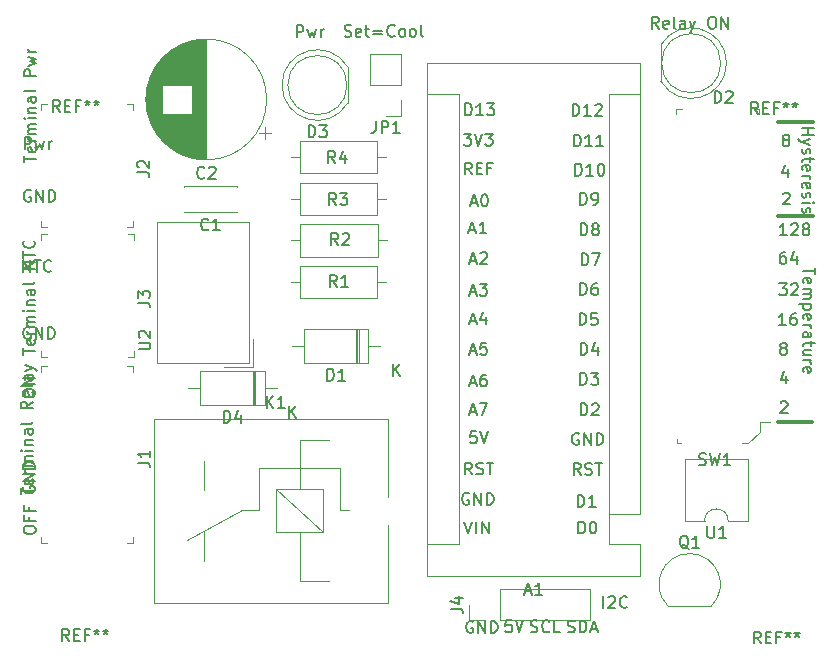
<source format=gbr>
%TF.GenerationSoftware,KiCad,Pcbnew,(5.1.9)-1*%
%TF.CreationDate,2021-10-25T11:11:09+02:00*%
%TF.ProjectId,ArduinoNtcThermostat,41726475-696e-46f4-9e74-63546865726d,rev?*%
%TF.SameCoordinates,Original*%
%TF.FileFunction,Legend,Top*%
%TF.FilePolarity,Positive*%
%FSLAX46Y46*%
G04 Gerber Fmt 4.6, Leading zero omitted, Abs format (unit mm)*
G04 Created by KiCad (PCBNEW (5.1.9)-1) date 2021-10-25 11:11:09*
%MOMM*%
%LPD*%
G01*
G04 APERTURE LIST*
%ADD10C,0.150000*%
%ADD11C,0.300000*%
%ADD12C,0.120000*%
%ADD13C,0.100000*%
G04 APERTURE END LIST*
D10*
X136910914Y-92149561D02*
X137053771Y-92197180D01*
X137291866Y-92197180D01*
X137387104Y-92149561D01*
X137434723Y-92101942D01*
X137482342Y-92006704D01*
X137482342Y-91911466D01*
X137434723Y-91816228D01*
X137387104Y-91768609D01*
X137291866Y-91720990D01*
X137101390Y-91673371D01*
X137006152Y-91625752D01*
X136958533Y-91578133D01*
X136910914Y-91482895D01*
X136910914Y-91387657D01*
X136958533Y-91292419D01*
X137006152Y-91244800D01*
X137101390Y-91197180D01*
X137339485Y-91197180D01*
X137482342Y-91244800D01*
X137910914Y-92197180D02*
X137910914Y-91197180D01*
X138149009Y-91197180D01*
X138291866Y-91244800D01*
X138387104Y-91340038D01*
X138434723Y-91435276D01*
X138482342Y-91625752D01*
X138482342Y-91768609D01*
X138434723Y-91959085D01*
X138387104Y-92054323D01*
X138291866Y-92149561D01*
X138149009Y-92197180D01*
X137910914Y-92197180D01*
X138863295Y-91911466D02*
X139339485Y-91911466D01*
X138768057Y-92197180D02*
X139101390Y-91197180D01*
X139434723Y-92197180D01*
X133759723Y-92124161D02*
X133902580Y-92171780D01*
X134140676Y-92171780D01*
X134235914Y-92124161D01*
X134283533Y-92076542D01*
X134331152Y-91981304D01*
X134331152Y-91886066D01*
X134283533Y-91790828D01*
X134235914Y-91743209D01*
X134140676Y-91695590D01*
X133950200Y-91647971D01*
X133854961Y-91600352D01*
X133807342Y-91552733D01*
X133759723Y-91457495D01*
X133759723Y-91362257D01*
X133807342Y-91267019D01*
X133854961Y-91219400D01*
X133950200Y-91171780D01*
X134188295Y-91171780D01*
X134331152Y-91219400D01*
X135331152Y-92076542D02*
X135283533Y-92124161D01*
X135140676Y-92171780D01*
X135045438Y-92171780D01*
X134902580Y-92124161D01*
X134807342Y-92028923D01*
X134759723Y-91933685D01*
X134712104Y-91743209D01*
X134712104Y-91600352D01*
X134759723Y-91409876D01*
X134807342Y-91314638D01*
X134902580Y-91219400D01*
X135045438Y-91171780D01*
X135140676Y-91171780D01*
X135283533Y-91219400D01*
X135331152Y-91267019D01*
X136235914Y-92171780D02*
X135759723Y-92171780D01*
X135759723Y-91171780D01*
X132143523Y-91171780D02*
X131667333Y-91171780D01*
X131619714Y-91647971D01*
X131667333Y-91600352D01*
X131762571Y-91552733D01*
X132000666Y-91552733D01*
X132095904Y-91600352D01*
X132143523Y-91647971D01*
X132191142Y-91743209D01*
X132191142Y-91981304D01*
X132143523Y-92076542D01*
X132095904Y-92124161D01*
X132000666Y-92171780D01*
X131762571Y-92171780D01*
X131667333Y-92124161D01*
X131619714Y-92076542D01*
X132476857Y-91171780D02*
X132810190Y-92171780D01*
X133143523Y-91171780D01*
X128854295Y-91270200D02*
X128759057Y-91222580D01*
X128616200Y-91222580D01*
X128473342Y-91270200D01*
X128378104Y-91365438D01*
X128330485Y-91460676D01*
X128282866Y-91651152D01*
X128282866Y-91794009D01*
X128330485Y-91984485D01*
X128378104Y-92079723D01*
X128473342Y-92174961D01*
X128616200Y-92222580D01*
X128711438Y-92222580D01*
X128854295Y-92174961D01*
X128901914Y-92127342D01*
X128901914Y-91794009D01*
X128711438Y-91794009D01*
X129330485Y-92222580D02*
X129330485Y-91222580D01*
X129901914Y-92222580D01*
X129901914Y-91222580D01*
X130378104Y-92222580D02*
X130378104Y-91222580D01*
X130616200Y-91222580D01*
X130759057Y-91270200D01*
X130854295Y-91365438D01*
X130901914Y-91460676D01*
X130949533Y-91651152D01*
X130949533Y-91794009D01*
X130901914Y-91984485D01*
X130854295Y-92079723D01*
X130759057Y-92174961D01*
X130616200Y-92222580D01*
X130378104Y-92222580D01*
X139917609Y-90114380D02*
X139917609Y-89114380D01*
X140346180Y-89209619D02*
X140393800Y-89162000D01*
X140489038Y-89114380D01*
X140727133Y-89114380D01*
X140822371Y-89162000D01*
X140869990Y-89209619D01*
X140917609Y-89304857D01*
X140917609Y-89400095D01*
X140869990Y-89542952D01*
X140298561Y-90114380D01*
X140917609Y-90114380D01*
X141917609Y-90019142D02*
X141869990Y-90066761D01*
X141727133Y-90114380D01*
X141631895Y-90114380D01*
X141489038Y-90066761D01*
X141393800Y-89971523D01*
X141346180Y-89876285D01*
X141298561Y-89685809D01*
X141298561Y-89542952D01*
X141346180Y-89352476D01*
X141393800Y-89257238D01*
X141489038Y-89162000D01*
X141631895Y-89114380D01*
X141727133Y-89114380D01*
X141869990Y-89162000D01*
X141917609Y-89209619D01*
X90841580Y-83603980D02*
X90841580Y-83413504D01*
X90889200Y-83318266D01*
X90984438Y-83223028D01*
X91174914Y-83175409D01*
X91508247Y-83175409D01*
X91698723Y-83223028D01*
X91793961Y-83318266D01*
X91841580Y-83413504D01*
X91841580Y-83603980D01*
X91793961Y-83699219D01*
X91698723Y-83794457D01*
X91508247Y-83842076D01*
X91174914Y-83842076D01*
X90984438Y-83794457D01*
X90889200Y-83699219D01*
X90841580Y-83603980D01*
X91317771Y-82413504D02*
X91317771Y-82746838D01*
X91841580Y-82746838D02*
X90841580Y-82746838D01*
X90841580Y-82270647D01*
X91317771Y-81556361D02*
X91317771Y-81889695D01*
X91841580Y-81889695D02*
X90841580Y-81889695D01*
X90841580Y-81413504D01*
X90765380Y-72043847D02*
X90765380Y-71853371D01*
X90813000Y-71758133D01*
X90908238Y-71662895D01*
X91098714Y-71615276D01*
X91432047Y-71615276D01*
X91622523Y-71662895D01*
X91717761Y-71758133D01*
X91765380Y-71853371D01*
X91765380Y-72043847D01*
X91717761Y-72139085D01*
X91622523Y-72234323D01*
X91432047Y-72281942D01*
X91098714Y-72281942D01*
X90908238Y-72234323D01*
X90813000Y-72139085D01*
X90765380Y-72043847D01*
X91765380Y-71186704D02*
X90765380Y-71186704D01*
X91765380Y-70615276D01*
X90765380Y-70615276D01*
X144600942Y-41066980D02*
X144267609Y-40590790D01*
X144029514Y-41066980D02*
X144029514Y-40066980D01*
X144410466Y-40066980D01*
X144505704Y-40114600D01*
X144553323Y-40162219D01*
X144600942Y-40257457D01*
X144600942Y-40400314D01*
X144553323Y-40495552D01*
X144505704Y-40543171D01*
X144410466Y-40590790D01*
X144029514Y-40590790D01*
X145410466Y-41019361D02*
X145315228Y-41066980D01*
X145124752Y-41066980D01*
X145029514Y-41019361D01*
X144981895Y-40924123D01*
X144981895Y-40543171D01*
X145029514Y-40447933D01*
X145124752Y-40400314D01*
X145315228Y-40400314D01*
X145410466Y-40447933D01*
X145458085Y-40543171D01*
X145458085Y-40638409D01*
X144981895Y-40733647D01*
X146029514Y-41066980D02*
X145934276Y-41019361D01*
X145886657Y-40924123D01*
X145886657Y-40066980D01*
X146839038Y-41066980D02*
X146839038Y-40543171D01*
X146791419Y-40447933D01*
X146696180Y-40400314D01*
X146505704Y-40400314D01*
X146410466Y-40447933D01*
X146839038Y-41019361D02*
X146743800Y-41066980D01*
X146505704Y-41066980D01*
X146410466Y-41019361D01*
X146362847Y-40924123D01*
X146362847Y-40828885D01*
X146410466Y-40733647D01*
X146505704Y-40686028D01*
X146743800Y-40686028D01*
X146839038Y-40638409D01*
X147219990Y-40400314D02*
X147458085Y-41066980D01*
X147696180Y-40400314D02*
X147458085Y-41066980D01*
X147362847Y-41305076D01*
X147315228Y-41352695D01*
X147219990Y-41400314D01*
X149029514Y-40066980D02*
X149219990Y-40066980D01*
X149315228Y-40114600D01*
X149410466Y-40209838D01*
X149458085Y-40400314D01*
X149458085Y-40733647D01*
X149410466Y-40924123D01*
X149315228Y-41019361D01*
X149219990Y-41066980D01*
X149029514Y-41066980D01*
X148934276Y-41019361D01*
X148839038Y-40924123D01*
X148791419Y-40733647D01*
X148791419Y-40400314D01*
X148839038Y-40209838D01*
X148934276Y-40114600D01*
X149029514Y-40066980D01*
X149886657Y-41066980D02*
X149886657Y-40066980D01*
X150458085Y-41066980D01*
X150458085Y-40066980D01*
X113941361Y-41803580D02*
X113941361Y-40803580D01*
X114322314Y-40803580D01*
X114417552Y-40851200D01*
X114465171Y-40898819D01*
X114512790Y-40994057D01*
X114512790Y-41136914D01*
X114465171Y-41232152D01*
X114417552Y-41279771D01*
X114322314Y-41327390D01*
X113941361Y-41327390D01*
X114846123Y-41136914D02*
X115036600Y-41803580D01*
X115227076Y-41327390D01*
X115417552Y-41803580D01*
X115608028Y-41136914D01*
X115988980Y-41803580D02*
X115988980Y-41136914D01*
X115988980Y-41327390D02*
X116036600Y-41232152D01*
X116084219Y-41184533D01*
X116179457Y-41136914D01*
X116274695Y-41136914D01*
X90781333Y-61666380D02*
X90781333Y-60666380D01*
X91352761Y-61666380D01*
X91352761Y-60666380D01*
X91686095Y-60666380D02*
X92257523Y-60666380D01*
X91971809Y-61666380D02*
X91971809Y-60666380D01*
X93162285Y-61571142D02*
X93114666Y-61618761D01*
X92971809Y-61666380D01*
X92876571Y-61666380D01*
X92733714Y-61618761D01*
X92638476Y-61523523D01*
X92590857Y-61428285D01*
X92543238Y-61237809D01*
X92543238Y-61094952D01*
X92590857Y-60904476D01*
X92638476Y-60809238D01*
X92733714Y-60714000D01*
X92876571Y-60666380D01*
X92971809Y-60666380D01*
X93114666Y-60714000D01*
X93162285Y-60761619D01*
X90813000Y-79857504D02*
X90765380Y-79952742D01*
X90765380Y-80095600D01*
X90813000Y-80238457D01*
X90908238Y-80333695D01*
X91003476Y-80381314D01*
X91193952Y-80428933D01*
X91336809Y-80428933D01*
X91527285Y-80381314D01*
X91622523Y-80333695D01*
X91717761Y-80238457D01*
X91765380Y-80095600D01*
X91765380Y-80000361D01*
X91717761Y-79857504D01*
X91670142Y-79809885D01*
X91336809Y-79809885D01*
X91336809Y-80000361D01*
X91765380Y-79381314D02*
X90765380Y-79381314D01*
X91765380Y-78809885D01*
X90765380Y-78809885D01*
X91765380Y-78333695D02*
X90765380Y-78333695D01*
X90765380Y-78095600D01*
X90813000Y-77952742D01*
X90908238Y-77857504D01*
X91003476Y-77809885D01*
X91193952Y-77762266D01*
X91336809Y-77762266D01*
X91527285Y-77809885D01*
X91622523Y-77857504D01*
X91717761Y-77952742D01*
X91765380Y-78095600D01*
X91765380Y-78333695D01*
X91363895Y-66378200D02*
X91268657Y-66330580D01*
X91125800Y-66330580D01*
X90982942Y-66378200D01*
X90887704Y-66473438D01*
X90840085Y-66568676D01*
X90792466Y-66759152D01*
X90792466Y-66902009D01*
X90840085Y-67092485D01*
X90887704Y-67187723D01*
X90982942Y-67282961D01*
X91125800Y-67330580D01*
X91221038Y-67330580D01*
X91363895Y-67282961D01*
X91411514Y-67235342D01*
X91411514Y-66902009D01*
X91221038Y-66902009D01*
X91840085Y-67330580D02*
X91840085Y-66330580D01*
X92411514Y-67330580D01*
X92411514Y-66330580D01*
X92887704Y-67330580D02*
X92887704Y-66330580D01*
X93125800Y-66330580D01*
X93268657Y-66378200D01*
X93363895Y-66473438D01*
X93411514Y-66568676D01*
X93459133Y-66759152D01*
X93459133Y-66902009D01*
X93411514Y-67092485D01*
X93363895Y-67187723D01*
X93268657Y-67282961D01*
X93125800Y-67330580D01*
X92887704Y-67330580D01*
X91414695Y-54770400D02*
X91319457Y-54722780D01*
X91176600Y-54722780D01*
X91033742Y-54770400D01*
X90938504Y-54865638D01*
X90890885Y-54960876D01*
X90843266Y-55151352D01*
X90843266Y-55294209D01*
X90890885Y-55484685D01*
X90938504Y-55579923D01*
X91033742Y-55675161D01*
X91176600Y-55722780D01*
X91271838Y-55722780D01*
X91414695Y-55675161D01*
X91462314Y-55627542D01*
X91462314Y-55294209D01*
X91271838Y-55294209D01*
X91890885Y-55722780D02*
X91890885Y-54722780D01*
X92462314Y-55722780D01*
X92462314Y-54722780D01*
X92938504Y-55722780D02*
X92938504Y-54722780D01*
X93176600Y-54722780D01*
X93319457Y-54770400D01*
X93414695Y-54865638D01*
X93462314Y-54960876D01*
X93509933Y-55151352D01*
X93509933Y-55294209D01*
X93462314Y-55484685D01*
X93414695Y-55579923D01*
X93319457Y-55675161D01*
X93176600Y-55722780D01*
X92938504Y-55722780D01*
X90903561Y-51277780D02*
X90903561Y-50277780D01*
X91284514Y-50277780D01*
X91379752Y-50325400D01*
X91427371Y-50373019D01*
X91474990Y-50468257D01*
X91474990Y-50611114D01*
X91427371Y-50706352D01*
X91379752Y-50753971D01*
X91284514Y-50801590D01*
X90903561Y-50801590D01*
X91808323Y-50611114D02*
X91998800Y-51277780D01*
X92189276Y-50801590D01*
X92379752Y-51277780D01*
X92570228Y-50611114D01*
X92951180Y-51277780D02*
X92951180Y-50611114D01*
X92951180Y-50801590D02*
X92998800Y-50706352D01*
X93046419Y-50658733D01*
X93141657Y-50611114D01*
X93236895Y-50611114D01*
X117999285Y-41705161D02*
X118142142Y-41752780D01*
X118380238Y-41752780D01*
X118475476Y-41705161D01*
X118523095Y-41657542D01*
X118570714Y-41562304D01*
X118570714Y-41467066D01*
X118523095Y-41371828D01*
X118475476Y-41324209D01*
X118380238Y-41276590D01*
X118189761Y-41228971D01*
X118094523Y-41181352D01*
X118046904Y-41133733D01*
X117999285Y-41038495D01*
X117999285Y-40943257D01*
X118046904Y-40848019D01*
X118094523Y-40800400D01*
X118189761Y-40752780D01*
X118427857Y-40752780D01*
X118570714Y-40800400D01*
X119380238Y-41705161D02*
X119285000Y-41752780D01*
X119094523Y-41752780D01*
X118999285Y-41705161D01*
X118951666Y-41609923D01*
X118951666Y-41228971D01*
X118999285Y-41133733D01*
X119094523Y-41086114D01*
X119285000Y-41086114D01*
X119380238Y-41133733D01*
X119427857Y-41228971D01*
X119427857Y-41324209D01*
X118951666Y-41419447D01*
X119713571Y-41086114D02*
X120094523Y-41086114D01*
X119856428Y-40752780D02*
X119856428Y-41609923D01*
X119904047Y-41705161D01*
X119999285Y-41752780D01*
X120094523Y-41752780D01*
X120427857Y-41228971D02*
X121189761Y-41228971D01*
X121189761Y-41514685D02*
X120427857Y-41514685D01*
X122237380Y-41657542D02*
X122189761Y-41705161D01*
X122046904Y-41752780D01*
X121951666Y-41752780D01*
X121808809Y-41705161D01*
X121713571Y-41609923D01*
X121665952Y-41514685D01*
X121618333Y-41324209D01*
X121618333Y-41181352D01*
X121665952Y-40990876D01*
X121713571Y-40895638D01*
X121808809Y-40800400D01*
X121951666Y-40752780D01*
X122046904Y-40752780D01*
X122189761Y-40800400D01*
X122237380Y-40848019D01*
X122808809Y-41752780D02*
X122713571Y-41705161D01*
X122665952Y-41657542D01*
X122618333Y-41562304D01*
X122618333Y-41276590D01*
X122665952Y-41181352D01*
X122713571Y-41133733D01*
X122808809Y-41086114D01*
X122951666Y-41086114D01*
X123046904Y-41133733D01*
X123094523Y-41181352D01*
X123142142Y-41276590D01*
X123142142Y-41562304D01*
X123094523Y-41657542D01*
X123046904Y-41705161D01*
X122951666Y-41752780D01*
X122808809Y-41752780D01*
X123713571Y-41752780D02*
X123618333Y-41705161D01*
X123570714Y-41657542D01*
X123523095Y-41562304D01*
X123523095Y-41276590D01*
X123570714Y-41181352D01*
X123618333Y-41133733D01*
X123713571Y-41086114D01*
X123856428Y-41086114D01*
X123951666Y-41133733D01*
X123999285Y-41181352D01*
X124046904Y-41276590D01*
X124046904Y-41562304D01*
X123999285Y-41657542D01*
X123951666Y-41705161D01*
X123856428Y-41752780D01*
X123713571Y-41752780D01*
X124618333Y-41752780D02*
X124523095Y-41705161D01*
X124475476Y-41609923D01*
X124475476Y-40752780D01*
X156748219Y-49489171D02*
X157748219Y-49489171D01*
X157272028Y-49489171D02*
X157272028Y-50060600D01*
X156748219Y-50060600D02*
X157748219Y-50060600D01*
X157414885Y-50441552D02*
X156748219Y-50679647D01*
X157414885Y-50917742D02*
X156748219Y-50679647D01*
X156510123Y-50584409D01*
X156462504Y-50536790D01*
X156414885Y-50441552D01*
X156795838Y-51251076D02*
X156748219Y-51346314D01*
X156748219Y-51536790D01*
X156795838Y-51632028D01*
X156891076Y-51679647D01*
X156938695Y-51679647D01*
X157033933Y-51632028D01*
X157081552Y-51536790D01*
X157081552Y-51393933D01*
X157129171Y-51298695D01*
X157224409Y-51251076D01*
X157272028Y-51251076D01*
X157367266Y-51298695D01*
X157414885Y-51393933D01*
X157414885Y-51536790D01*
X157367266Y-51632028D01*
X157414885Y-51965361D02*
X157414885Y-52346314D01*
X157748219Y-52108219D02*
X156891076Y-52108219D01*
X156795838Y-52155838D01*
X156748219Y-52251076D01*
X156748219Y-52346314D01*
X156795838Y-53060600D02*
X156748219Y-52965361D01*
X156748219Y-52774885D01*
X156795838Y-52679647D01*
X156891076Y-52632028D01*
X157272028Y-52632028D01*
X157367266Y-52679647D01*
X157414885Y-52774885D01*
X157414885Y-52965361D01*
X157367266Y-53060600D01*
X157272028Y-53108219D01*
X157176790Y-53108219D01*
X157081552Y-52632028D01*
X156748219Y-53536790D02*
X157414885Y-53536790D01*
X157224409Y-53536790D02*
X157319647Y-53584409D01*
X157367266Y-53632028D01*
X157414885Y-53727266D01*
X157414885Y-53822504D01*
X156795838Y-54536790D02*
X156748219Y-54441552D01*
X156748219Y-54251076D01*
X156795838Y-54155838D01*
X156891076Y-54108219D01*
X157272028Y-54108219D01*
X157367266Y-54155838D01*
X157414885Y-54251076D01*
X157414885Y-54441552D01*
X157367266Y-54536790D01*
X157272028Y-54584409D01*
X157176790Y-54584409D01*
X157081552Y-54108219D01*
X156795838Y-54965361D02*
X156748219Y-55060600D01*
X156748219Y-55251076D01*
X156795838Y-55346314D01*
X156891076Y-55393933D01*
X156938695Y-55393933D01*
X157033933Y-55346314D01*
X157081552Y-55251076D01*
X157081552Y-55108219D01*
X157129171Y-55012980D01*
X157224409Y-54965361D01*
X157272028Y-54965361D01*
X157367266Y-55012980D01*
X157414885Y-55108219D01*
X157414885Y-55251076D01*
X157367266Y-55346314D01*
X156748219Y-55822504D02*
X157414885Y-55822504D01*
X157748219Y-55822504D02*
X157700600Y-55774885D01*
X157652980Y-55822504D01*
X157700600Y-55870123D01*
X157748219Y-55822504D01*
X157652980Y-55822504D01*
X156795838Y-56251076D02*
X156748219Y-56346314D01*
X156748219Y-56536790D01*
X156795838Y-56632028D01*
X156891076Y-56679647D01*
X156938695Y-56679647D01*
X157033933Y-56632028D01*
X157081552Y-56536790D01*
X157081552Y-56393933D01*
X157129171Y-56298695D01*
X157224409Y-56251076D01*
X157272028Y-56251076D01*
X157367266Y-56298695D01*
X157414885Y-56393933D01*
X157414885Y-56536790D01*
X157367266Y-56632028D01*
X157824419Y-61311400D02*
X157824419Y-61882828D01*
X156824419Y-61597114D02*
X157824419Y-61597114D01*
X156872038Y-62597114D02*
X156824419Y-62501876D01*
X156824419Y-62311400D01*
X156872038Y-62216161D01*
X156967276Y-62168542D01*
X157348228Y-62168542D01*
X157443466Y-62216161D01*
X157491085Y-62311400D01*
X157491085Y-62501876D01*
X157443466Y-62597114D01*
X157348228Y-62644733D01*
X157252990Y-62644733D01*
X157157752Y-62168542D01*
X156824419Y-63073304D02*
X157491085Y-63073304D01*
X157395847Y-63073304D02*
X157443466Y-63120923D01*
X157491085Y-63216161D01*
X157491085Y-63359019D01*
X157443466Y-63454257D01*
X157348228Y-63501876D01*
X156824419Y-63501876D01*
X157348228Y-63501876D02*
X157443466Y-63549495D01*
X157491085Y-63644733D01*
X157491085Y-63787590D01*
X157443466Y-63882828D01*
X157348228Y-63930447D01*
X156824419Y-63930447D01*
X157491085Y-64406638D02*
X156491085Y-64406638D01*
X157443466Y-64406638D02*
X157491085Y-64501876D01*
X157491085Y-64692352D01*
X157443466Y-64787590D01*
X157395847Y-64835209D01*
X157300609Y-64882828D01*
X157014895Y-64882828D01*
X156919657Y-64835209D01*
X156872038Y-64787590D01*
X156824419Y-64692352D01*
X156824419Y-64501876D01*
X156872038Y-64406638D01*
X156872038Y-65692352D02*
X156824419Y-65597114D01*
X156824419Y-65406638D01*
X156872038Y-65311400D01*
X156967276Y-65263780D01*
X157348228Y-65263780D01*
X157443466Y-65311400D01*
X157491085Y-65406638D01*
X157491085Y-65597114D01*
X157443466Y-65692352D01*
X157348228Y-65739971D01*
X157252990Y-65739971D01*
X157157752Y-65263780D01*
X156824419Y-66168542D02*
X157491085Y-66168542D01*
X157300609Y-66168542D02*
X157395847Y-66216161D01*
X157443466Y-66263780D01*
X157491085Y-66359019D01*
X157491085Y-66454257D01*
X156824419Y-67216161D02*
X157348228Y-67216161D01*
X157443466Y-67168542D01*
X157491085Y-67073304D01*
X157491085Y-66882828D01*
X157443466Y-66787590D01*
X156872038Y-67216161D02*
X156824419Y-67120923D01*
X156824419Y-66882828D01*
X156872038Y-66787590D01*
X156967276Y-66739971D01*
X157062514Y-66739971D01*
X157157752Y-66787590D01*
X157205371Y-66882828D01*
X157205371Y-67120923D01*
X157252990Y-67216161D01*
X157491085Y-67549495D02*
X157491085Y-67930447D01*
X157824419Y-67692352D02*
X156967276Y-67692352D01*
X156872038Y-67739971D01*
X156824419Y-67835209D01*
X156824419Y-67930447D01*
X157491085Y-68692352D02*
X156824419Y-68692352D01*
X157491085Y-68263780D02*
X156967276Y-68263780D01*
X156872038Y-68311400D01*
X156824419Y-68406638D01*
X156824419Y-68549495D01*
X156872038Y-68644733D01*
X156919657Y-68692352D01*
X156824419Y-69168542D02*
X157491085Y-69168542D01*
X157300609Y-69168542D02*
X157395847Y-69216161D01*
X157443466Y-69263780D01*
X157491085Y-69359019D01*
X157491085Y-69454257D01*
X156872038Y-70168542D02*
X156824419Y-70073304D01*
X156824419Y-69882828D01*
X156872038Y-69787590D01*
X156967276Y-69739971D01*
X157348228Y-69739971D01*
X157443466Y-69787590D01*
X157491085Y-69882828D01*
X157491085Y-70073304D01*
X157443466Y-70168542D01*
X157348228Y-70216161D01*
X157252990Y-70216161D01*
X157157752Y-69739971D01*
D11*
X154660600Y-74345800D02*
X157607000Y-74345800D01*
X154736800Y-48996600D02*
X157683200Y-48996600D01*
D10*
X154933685Y-72725019D02*
X154981304Y-72677400D01*
X155076542Y-72629780D01*
X155314638Y-72629780D01*
X155409876Y-72677400D01*
X155457495Y-72725019D01*
X155505114Y-72820257D01*
X155505114Y-72915495D01*
X155457495Y-73058352D01*
X154886066Y-73629780D01*
X155505114Y-73629780D01*
X155409876Y-70448514D02*
X155409876Y-71115180D01*
X155171780Y-70067561D02*
X154933685Y-70781847D01*
X155552733Y-70781847D01*
X155073361Y-68130752D02*
X154978123Y-68083133D01*
X154930504Y-68035514D01*
X154882885Y-67940276D01*
X154882885Y-67892657D01*
X154930504Y-67797419D01*
X154978123Y-67749800D01*
X155073361Y-67702180D01*
X155263838Y-67702180D01*
X155359076Y-67749800D01*
X155406695Y-67797419D01*
X155454314Y-67892657D01*
X155454314Y-67940276D01*
X155406695Y-68035514D01*
X155359076Y-68083133D01*
X155263838Y-68130752D01*
X155073361Y-68130752D01*
X154978123Y-68178371D01*
X154930504Y-68225990D01*
X154882885Y-68321228D01*
X154882885Y-68511704D01*
X154930504Y-68606942D01*
X154978123Y-68654561D01*
X155073361Y-68702180D01*
X155263838Y-68702180D01*
X155359076Y-68654561D01*
X155406695Y-68606942D01*
X155454314Y-68511704D01*
X155454314Y-68321228D01*
X155406695Y-68225990D01*
X155359076Y-68178371D01*
X155263838Y-68130752D01*
X155359123Y-66162180D02*
X154787695Y-66162180D01*
X155073409Y-66162180D02*
X155073409Y-65162180D01*
X154978171Y-65305038D01*
X154882933Y-65400276D01*
X154787695Y-65447895D01*
X156216266Y-65162180D02*
X156025790Y-65162180D01*
X155930552Y-65209800D01*
X155882933Y-65257419D01*
X155787695Y-65400276D01*
X155740076Y-65590752D01*
X155740076Y-65971704D01*
X155787695Y-66066942D01*
X155835314Y-66114561D01*
X155930552Y-66162180D01*
X156121028Y-66162180D01*
X156216266Y-66114561D01*
X156263885Y-66066942D01*
X156311504Y-65971704D01*
X156311504Y-65733609D01*
X156263885Y-65638371D01*
X156216266Y-65590752D01*
X156121028Y-65543133D01*
X155930552Y-65543133D01*
X155835314Y-65590752D01*
X155787695Y-65638371D01*
X155740076Y-65733609D01*
X154816276Y-62647580D02*
X155435323Y-62647580D01*
X155101990Y-63028533D01*
X155244847Y-63028533D01*
X155340085Y-63076152D01*
X155387704Y-63123771D01*
X155435323Y-63219009D01*
X155435323Y-63457104D01*
X155387704Y-63552342D01*
X155340085Y-63599961D01*
X155244847Y-63647580D01*
X154959133Y-63647580D01*
X154863895Y-63599961D01*
X154816276Y-63552342D01*
X155816276Y-62742819D02*
X155863895Y-62695200D01*
X155959133Y-62647580D01*
X156197228Y-62647580D01*
X156292466Y-62695200D01*
X156340085Y-62742819D01*
X156387704Y-62838057D01*
X156387704Y-62933295D01*
X156340085Y-63076152D01*
X155768657Y-63647580D01*
X156387704Y-63647580D01*
X155314685Y-59980580D02*
X155124209Y-59980580D01*
X155028971Y-60028200D01*
X154981352Y-60075819D01*
X154886114Y-60218676D01*
X154838495Y-60409152D01*
X154838495Y-60790104D01*
X154886114Y-60885342D01*
X154933733Y-60932961D01*
X155028971Y-60980580D01*
X155219447Y-60980580D01*
X155314685Y-60932961D01*
X155362304Y-60885342D01*
X155409923Y-60790104D01*
X155409923Y-60552009D01*
X155362304Y-60456771D01*
X155314685Y-60409152D01*
X155219447Y-60361533D01*
X155028971Y-60361533D01*
X154933733Y-60409152D01*
X154886114Y-60456771D01*
X154838495Y-60552009D01*
X156267066Y-60313914D02*
X156267066Y-60980580D01*
X156028971Y-59932961D02*
X155790876Y-60647247D01*
X156409923Y-60647247D01*
X155441733Y-58567580D02*
X154870304Y-58567580D01*
X155156019Y-58567580D02*
X155156019Y-57567580D01*
X155060780Y-57710438D01*
X154965542Y-57805676D01*
X154870304Y-57853295D01*
X155822685Y-57662819D02*
X155870304Y-57615200D01*
X155965542Y-57567580D01*
X156203638Y-57567580D01*
X156298876Y-57615200D01*
X156346495Y-57662819D01*
X156394114Y-57758057D01*
X156394114Y-57853295D01*
X156346495Y-57996152D01*
X155775066Y-58567580D01*
X156394114Y-58567580D01*
X156965542Y-57996152D02*
X156870304Y-57948533D01*
X156822685Y-57900914D01*
X156775066Y-57805676D01*
X156775066Y-57758057D01*
X156822685Y-57662819D01*
X156870304Y-57615200D01*
X156965542Y-57567580D01*
X157156019Y-57567580D01*
X157251257Y-57615200D01*
X157298876Y-57662819D01*
X157346495Y-57758057D01*
X157346495Y-57805676D01*
X157298876Y-57900914D01*
X157251257Y-57948533D01*
X157156019Y-57996152D01*
X156965542Y-57996152D01*
X156870304Y-58043771D01*
X156822685Y-58091390D01*
X156775066Y-58186628D01*
X156775066Y-58377104D01*
X156822685Y-58472342D01*
X156870304Y-58519961D01*
X156965542Y-58567580D01*
X157156019Y-58567580D01*
X157251257Y-58519961D01*
X157298876Y-58472342D01*
X157346495Y-58377104D01*
X157346495Y-58186628D01*
X157298876Y-58091390D01*
X157251257Y-58043771D01*
X157156019Y-57996152D01*
D11*
X154736800Y-56972200D02*
X157683200Y-56972200D01*
D10*
X155136885Y-55046619D02*
X155184504Y-54999000D01*
X155279742Y-54951380D01*
X155517838Y-54951380D01*
X155613076Y-54999000D01*
X155660695Y-55046619D01*
X155708314Y-55141857D01*
X155708314Y-55237095D01*
X155660695Y-55379952D01*
X155089266Y-55951380D01*
X155708314Y-55951380D01*
X155511476Y-52973314D02*
X155511476Y-53639980D01*
X155273380Y-52592361D02*
X155035285Y-53306647D01*
X155654333Y-53306647D01*
X155276561Y-50477752D02*
X155181323Y-50430133D01*
X155133704Y-50382514D01*
X155086085Y-50287276D01*
X155086085Y-50239657D01*
X155133704Y-50144419D01*
X155181323Y-50096800D01*
X155276561Y-50049180D01*
X155467038Y-50049180D01*
X155562276Y-50096800D01*
X155609895Y-50144419D01*
X155657514Y-50239657D01*
X155657514Y-50287276D01*
X155609895Y-50382514D01*
X155562276Y-50430133D01*
X155467038Y-50477752D01*
X155276561Y-50477752D01*
X155181323Y-50525371D01*
X155133704Y-50572990D01*
X155086085Y-50668228D01*
X155086085Y-50858704D01*
X155133704Y-50953942D01*
X155181323Y-51001561D01*
X155276561Y-51049180D01*
X155467038Y-51049180D01*
X155562276Y-51001561D01*
X155609895Y-50953942D01*
X155657514Y-50858704D01*
X155657514Y-50668228D01*
X155609895Y-50572990D01*
X155562276Y-50525371D01*
X155467038Y-50477752D01*
X137793504Y-83815180D02*
X137793504Y-82815180D01*
X138031600Y-82815180D01*
X138174457Y-82862800D01*
X138269695Y-82958038D01*
X138317314Y-83053276D01*
X138364933Y-83243752D01*
X138364933Y-83386609D01*
X138317314Y-83577085D01*
X138269695Y-83672323D01*
X138174457Y-83767561D01*
X138031600Y-83815180D01*
X137793504Y-83815180D01*
X138983980Y-82815180D02*
X139079219Y-82815180D01*
X139174457Y-82862800D01*
X139222076Y-82910419D01*
X139269695Y-83005657D01*
X139317314Y-83196133D01*
X139317314Y-83434228D01*
X139269695Y-83624704D01*
X139222076Y-83719942D01*
X139174457Y-83767561D01*
X139079219Y-83815180D01*
X138983980Y-83815180D01*
X138888742Y-83767561D01*
X138841123Y-83719942D01*
X138793504Y-83624704D01*
X138745885Y-83434228D01*
X138745885Y-83196133D01*
X138793504Y-83005657D01*
X138841123Y-82910419D01*
X138888742Y-82862800D01*
X138983980Y-82815180D01*
X137742704Y-81554580D02*
X137742704Y-80554580D01*
X137980800Y-80554580D01*
X138123657Y-80602200D01*
X138218895Y-80697438D01*
X138266514Y-80792676D01*
X138314133Y-80983152D01*
X138314133Y-81126009D01*
X138266514Y-81316485D01*
X138218895Y-81411723D01*
X138123657Y-81506961D01*
X137980800Y-81554580D01*
X137742704Y-81554580D01*
X139266514Y-81554580D02*
X138695085Y-81554580D01*
X138980800Y-81554580D02*
X138980800Y-80554580D01*
X138885561Y-80697438D01*
X138790323Y-80792676D01*
X138695085Y-80840295D01*
X137983980Y-78862180D02*
X137650647Y-78385990D01*
X137412552Y-78862180D02*
X137412552Y-77862180D01*
X137793504Y-77862180D01*
X137888742Y-77909800D01*
X137936361Y-77957419D01*
X137983980Y-78052657D01*
X137983980Y-78195514D01*
X137936361Y-78290752D01*
X137888742Y-78338371D01*
X137793504Y-78385990D01*
X137412552Y-78385990D01*
X138364933Y-78814561D02*
X138507790Y-78862180D01*
X138745885Y-78862180D01*
X138841123Y-78814561D01*
X138888742Y-78766942D01*
X138936361Y-78671704D01*
X138936361Y-78576466D01*
X138888742Y-78481228D01*
X138841123Y-78433609D01*
X138745885Y-78385990D01*
X138555409Y-78338371D01*
X138460171Y-78290752D01*
X138412552Y-78243133D01*
X138364933Y-78147895D01*
X138364933Y-78052657D01*
X138412552Y-77957419D01*
X138460171Y-77909800D01*
X138555409Y-77862180D01*
X138793504Y-77862180D01*
X138936361Y-77909800D01*
X139222076Y-77862180D02*
X139793504Y-77862180D01*
X139507790Y-78862180D02*
X139507790Y-77862180D01*
X137820495Y-75369800D02*
X137725257Y-75322180D01*
X137582400Y-75322180D01*
X137439542Y-75369800D01*
X137344304Y-75465038D01*
X137296685Y-75560276D01*
X137249066Y-75750752D01*
X137249066Y-75893609D01*
X137296685Y-76084085D01*
X137344304Y-76179323D01*
X137439542Y-76274561D01*
X137582400Y-76322180D01*
X137677638Y-76322180D01*
X137820495Y-76274561D01*
X137868114Y-76226942D01*
X137868114Y-75893609D01*
X137677638Y-75893609D01*
X138296685Y-76322180D02*
X138296685Y-75322180D01*
X138868114Y-76322180D01*
X138868114Y-75322180D01*
X139344304Y-76322180D02*
X139344304Y-75322180D01*
X139582400Y-75322180D01*
X139725257Y-75369800D01*
X139820495Y-75465038D01*
X139868114Y-75560276D01*
X139915733Y-75750752D01*
X139915733Y-75893609D01*
X139868114Y-76084085D01*
X139820495Y-76179323D01*
X139725257Y-76274561D01*
X139582400Y-76322180D01*
X139344304Y-76322180D01*
X137996704Y-73807580D02*
X137996704Y-72807580D01*
X138234800Y-72807580D01*
X138377657Y-72855200D01*
X138472895Y-72950438D01*
X138520514Y-73045676D01*
X138568133Y-73236152D01*
X138568133Y-73379009D01*
X138520514Y-73569485D01*
X138472895Y-73664723D01*
X138377657Y-73759961D01*
X138234800Y-73807580D01*
X137996704Y-73807580D01*
X138949085Y-72902819D02*
X138996704Y-72855200D01*
X139091942Y-72807580D01*
X139330038Y-72807580D01*
X139425276Y-72855200D01*
X139472895Y-72902819D01*
X139520514Y-72998057D01*
X139520514Y-73093295D01*
X139472895Y-73236152D01*
X138901466Y-73807580D01*
X139520514Y-73807580D01*
X137945904Y-71216780D02*
X137945904Y-70216780D01*
X138184000Y-70216780D01*
X138326857Y-70264400D01*
X138422095Y-70359638D01*
X138469714Y-70454876D01*
X138517333Y-70645352D01*
X138517333Y-70788209D01*
X138469714Y-70978685D01*
X138422095Y-71073923D01*
X138326857Y-71169161D01*
X138184000Y-71216780D01*
X137945904Y-71216780D01*
X138850666Y-70216780D02*
X139469714Y-70216780D01*
X139136380Y-70597733D01*
X139279238Y-70597733D01*
X139374476Y-70645352D01*
X139422095Y-70692971D01*
X139469714Y-70788209D01*
X139469714Y-71026304D01*
X139422095Y-71121542D01*
X139374476Y-71169161D01*
X139279238Y-71216780D01*
X138993523Y-71216780D01*
X138898285Y-71169161D01*
X138850666Y-71121542D01*
X137996704Y-68676780D02*
X137996704Y-67676780D01*
X138234800Y-67676780D01*
X138377657Y-67724400D01*
X138472895Y-67819638D01*
X138520514Y-67914876D01*
X138568133Y-68105352D01*
X138568133Y-68248209D01*
X138520514Y-68438685D01*
X138472895Y-68533923D01*
X138377657Y-68629161D01*
X138234800Y-68676780D01*
X137996704Y-68676780D01*
X139425276Y-68010114D02*
X139425276Y-68676780D01*
X139187180Y-67629161D02*
X138949085Y-68343447D01*
X139568133Y-68343447D01*
X137895104Y-66162180D02*
X137895104Y-65162180D01*
X138133200Y-65162180D01*
X138276057Y-65209800D01*
X138371295Y-65305038D01*
X138418914Y-65400276D01*
X138466533Y-65590752D01*
X138466533Y-65733609D01*
X138418914Y-65924085D01*
X138371295Y-66019323D01*
X138276057Y-66114561D01*
X138133200Y-66162180D01*
X137895104Y-66162180D01*
X139371295Y-65162180D02*
X138895104Y-65162180D01*
X138847485Y-65638371D01*
X138895104Y-65590752D01*
X138990342Y-65543133D01*
X139228438Y-65543133D01*
X139323676Y-65590752D01*
X139371295Y-65638371D01*
X139418914Y-65733609D01*
X139418914Y-65971704D01*
X139371295Y-66066942D01*
X139323676Y-66114561D01*
X139228438Y-66162180D01*
X138990342Y-66162180D01*
X138895104Y-66114561D01*
X138847485Y-66066942D01*
X137945904Y-63622180D02*
X137945904Y-62622180D01*
X138184000Y-62622180D01*
X138326857Y-62669800D01*
X138422095Y-62765038D01*
X138469714Y-62860276D01*
X138517333Y-63050752D01*
X138517333Y-63193609D01*
X138469714Y-63384085D01*
X138422095Y-63479323D01*
X138326857Y-63574561D01*
X138184000Y-63622180D01*
X137945904Y-63622180D01*
X139374476Y-62622180D02*
X139184000Y-62622180D01*
X139088761Y-62669800D01*
X139041142Y-62717419D01*
X138945904Y-62860276D01*
X138898285Y-63050752D01*
X138898285Y-63431704D01*
X138945904Y-63526942D01*
X138993523Y-63574561D01*
X139088761Y-63622180D01*
X139279238Y-63622180D01*
X139374476Y-63574561D01*
X139422095Y-63526942D01*
X139469714Y-63431704D01*
X139469714Y-63193609D01*
X139422095Y-63098371D01*
X139374476Y-63050752D01*
X139279238Y-63003133D01*
X139088761Y-63003133D01*
X138993523Y-63050752D01*
X138945904Y-63098371D01*
X138898285Y-63193609D01*
X138072904Y-61107580D02*
X138072904Y-60107580D01*
X138311000Y-60107580D01*
X138453857Y-60155200D01*
X138549095Y-60250438D01*
X138596714Y-60345676D01*
X138644333Y-60536152D01*
X138644333Y-60679009D01*
X138596714Y-60869485D01*
X138549095Y-60964723D01*
X138453857Y-61059961D01*
X138311000Y-61107580D01*
X138072904Y-61107580D01*
X138977666Y-60107580D02*
X139644333Y-60107580D01*
X139215761Y-61107580D01*
X137996704Y-58567580D02*
X137996704Y-57567580D01*
X138234800Y-57567580D01*
X138377657Y-57615200D01*
X138472895Y-57710438D01*
X138520514Y-57805676D01*
X138568133Y-57996152D01*
X138568133Y-58139009D01*
X138520514Y-58329485D01*
X138472895Y-58424723D01*
X138377657Y-58519961D01*
X138234800Y-58567580D01*
X137996704Y-58567580D01*
X139139561Y-57996152D02*
X139044323Y-57948533D01*
X138996704Y-57900914D01*
X138949085Y-57805676D01*
X138949085Y-57758057D01*
X138996704Y-57662819D01*
X139044323Y-57615200D01*
X139139561Y-57567580D01*
X139330038Y-57567580D01*
X139425276Y-57615200D01*
X139472895Y-57662819D01*
X139520514Y-57758057D01*
X139520514Y-57805676D01*
X139472895Y-57900914D01*
X139425276Y-57948533D01*
X139330038Y-57996152D01*
X139139561Y-57996152D01*
X139044323Y-58043771D01*
X138996704Y-58091390D01*
X138949085Y-58186628D01*
X138949085Y-58377104D01*
X138996704Y-58472342D01*
X139044323Y-58519961D01*
X139139561Y-58567580D01*
X139330038Y-58567580D01*
X139425276Y-58519961D01*
X139472895Y-58472342D01*
X139520514Y-58377104D01*
X139520514Y-58186628D01*
X139472895Y-58091390D01*
X139425276Y-58043771D01*
X139330038Y-57996152D01*
X137945904Y-55976780D02*
X137945904Y-54976780D01*
X138184000Y-54976780D01*
X138326857Y-55024400D01*
X138422095Y-55119638D01*
X138469714Y-55214876D01*
X138517333Y-55405352D01*
X138517333Y-55548209D01*
X138469714Y-55738685D01*
X138422095Y-55833923D01*
X138326857Y-55929161D01*
X138184000Y-55976780D01*
X137945904Y-55976780D01*
X138993523Y-55976780D02*
X139184000Y-55976780D01*
X139279238Y-55929161D01*
X139326857Y-55881542D01*
X139422095Y-55738685D01*
X139469714Y-55548209D01*
X139469714Y-55167257D01*
X139422095Y-55072019D01*
X139374476Y-55024400D01*
X139279238Y-54976780D01*
X139088761Y-54976780D01*
X138993523Y-55024400D01*
X138945904Y-55072019D01*
X138898285Y-55167257D01*
X138898285Y-55405352D01*
X138945904Y-55500590D01*
X138993523Y-55548209D01*
X139088761Y-55595828D01*
X139279238Y-55595828D01*
X139374476Y-55548209D01*
X139422095Y-55500590D01*
X139469714Y-55405352D01*
X137520514Y-53512980D02*
X137520514Y-52512980D01*
X137758609Y-52512980D01*
X137901466Y-52560600D01*
X137996704Y-52655838D01*
X138044323Y-52751076D01*
X138091942Y-52941552D01*
X138091942Y-53084409D01*
X138044323Y-53274885D01*
X137996704Y-53370123D01*
X137901466Y-53465361D01*
X137758609Y-53512980D01*
X137520514Y-53512980D01*
X139044323Y-53512980D02*
X138472895Y-53512980D01*
X138758609Y-53512980D02*
X138758609Y-52512980D01*
X138663371Y-52655838D01*
X138568133Y-52751076D01*
X138472895Y-52798695D01*
X139663371Y-52512980D02*
X139758609Y-52512980D01*
X139853847Y-52560600D01*
X139901466Y-52608219D01*
X139949085Y-52703457D01*
X139996704Y-52893933D01*
X139996704Y-53132028D01*
X139949085Y-53322504D01*
X139901466Y-53417742D01*
X139853847Y-53465361D01*
X139758609Y-53512980D01*
X139663371Y-53512980D01*
X139568133Y-53465361D01*
X139520514Y-53417742D01*
X139472895Y-53322504D01*
X139425276Y-53132028D01*
X139425276Y-52893933D01*
X139472895Y-52703457D01*
X139520514Y-52608219D01*
X139568133Y-52560600D01*
X139663371Y-52512980D01*
X137418914Y-51049180D02*
X137418914Y-50049180D01*
X137657009Y-50049180D01*
X137799866Y-50096800D01*
X137895104Y-50192038D01*
X137942723Y-50287276D01*
X137990342Y-50477752D01*
X137990342Y-50620609D01*
X137942723Y-50811085D01*
X137895104Y-50906323D01*
X137799866Y-51001561D01*
X137657009Y-51049180D01*
X137418914Y-51049180D01*
X138942723Y-51049180D02*
X138371295Y-51049180D01*
X138657009Y-51049180D02*
X138657009Y-50049180D01*
X138561771Y-50192038D01*
X138466533Y-50287276D01*
X138371295Y-50334895D01*
X139895104Y-51049180D02*
X139323676Y-51049180D01*
X139609390Y-51049180D02*
X139609390Y-50049180D01*
X139514152Y-50192038D01*
X139418914Y-50287276D01*
X139323676Y-50334895D01*
X137317314Y-48458380D02*
X137317314Y-47458380D01*
X137555409Y-47458380D01*
X137698266Y-47506000D01*
X137793504Y-47601238D01*
X137841123Y-47696476D01*
X137888742Y-47886952D01*
X137888742Y-48029809D01*
X137841123Y-48220285D01*
X137793504Y-48315523D01*
X137698266Y-48410761D01*
X137555409Y-48458380D01*
X137317314Y-48458380D01*
X138841123Y-48458380D02*
X138269695Y-48458380D01*
X138555409Y-48458380D02*
X138555409Y-47458380D01*
X138460171Y-47601238D01*
X138364933Y-47696476D01*
X138269695Y-47744095D01*
X139222076Y-47553619D02*
X139269695Y-47506000D01*
X139364933Y-47458380D01*
X139603028Y-47458380D01*
X139698266Y-47506000D01*
X139745885Y-47553619D01*
X139793504Y-47648857D01*
X139793504Y-47744095D01*
X139745885Y-47886952D01*
X139174457Y-48458380D01*
X139793504Y-48458380D01*
X128139961Y-82815180D02*
X128473295Y-83815180D01*
X128806628Y-82815180D01*
X129139961Y-83815180D02*
X129139961Y-82815180D01*
X129616152Y-83815180D02*
X129616152Y-82815180D01*
X130187580Y-83815180D01*
X130187580Y-82815180D01*
X128524095Y-80424400D02*
X128428857Y-80376780D01*
X128286000Y-80376780D01*
X128143142Y-80424400D01*
X128047904Y-80519638D01*
X128000285Y-80614876D01*
X127952666Y-80805352D01*
X127952666Y-80948209D01*
X128000285Y-81138685D01*
X128047904Y-81233923D01*
X128143142Y-81329161D01*
X128286000Y-81376780D01*
X128381238Y-81376780D01*
X128524095Y-81329161D01*
X128571714Y-81281542D01*
X128571714Y-80948209D01*
X128381238Y-80948209D01*
X129000285Y-81376780D02*
X129000285Y-80376780D01*
X129571714Y-81376780D01*
X129571714Y-80376780D01*
X130047904Y-81376780D02*
X130047904Y-80376780D01*
X130286000Y-80376780D01*
X130428857Y-80424400D01*
X130524095Y-80519638D01*
X130571714Y-80614876D01*
X130619333Y-80805352D01*
X130619333Y-80948209D01*
X130571714Y-81138685D01*
X130524095Y-81233923D01*
X130428857Y-81329161D01*
X130286000Y-81376780D01*
X130047904Y-81376780D01*
X128789180Y-78811380D02*
X128455847Y-78335190D01*
X128217752Y-78811380D02*
X128217752Y-77811380D01*
X128598704Y-77811380D01*
X128693942Y-77859000D01*
X128741561Y-77906619D01*
X128789180Y-78001857D01*
X128789180Y-78144714D01*
X128741561Y-78239952D01*
X128693942Y-78287571D01*
X128598704Y-78335190D01*
X128217752Y-78335190D01*
X129170133Y-78763761D02*
X129312990Y-78811380D01*
X129551085Y-78811380D01*
X129646323Y-78763761D01*
X129693942Y-78716142D01*
X129741561Y-78620904D01*
X129741561Y-78525666D01*
X129693942Y-78430428D01*
X129646323Y-78382809D01*
X129551085Y-78335190D01*
X129360609Y-78287571D01*
X129265371Y-78239952D01*
X129217752Y-78192333D01*
X129170133Y-78097095D01*
X129170133Y-78001857D01*
X129217752Y-77906619D01*
X129265371Y-77859000D01*
X129360609Y-77811380D01*
X129598704Y-77811380D01*
X129741561Y-77859000D01*
X130027276Y-77811380D02*
X130598704Y-77811380D01*
X130312990Y-78811380D02*
X130312990Y-77811380D01*
X129146323Y-75169780D02*
X128670133Y-75169780D01*
X128622514Y-75645971D01*
X128670133Y-75598352D01*
X128765371Y-75550733D01*
X129003466Y-75550733D01*
X129098704Y-75598352D01*
X129146323Y-75645971D01*
X129193942Y-75741209D01*
X129193942Y-75979304D01*
X129146323Y-76074542D01*
X129098704Y-76122161D01*
X129003466Y-76169780D01*
X128765371Y-76169780D01*
X128670133Y-76122161D01*
X128622514Y-76074542D01*
X129479657Y-75169780D02*
X129812990Y-76169780D01*
X130146323Y-75169780D01*
X128622514Y-73521866D02*
X129098704Y-73521866D01*
X128527276Y-73807580D02*
X128860609Y-72807580D01*
X129193942Y-73807580D01*
X129432038Y-72807580D02*
X130098704Y-72807580D01*
X129670133Y-73807580D01*
X128622514Y-71083466D02*
X129098704Y-71083466D01*
X128527276Y-71369180D02*
X128860609Y-70369180D01*
X129193942Y-71369180D01*
X129955847Y-70369180D02*
X129765371Y-70369180D01*
X129670133Y-70416800D01*
X129622514Y-70464419D01*
X129527276Y-70607276D01*
X129479657Y-70797752D01*
X129479657Y-71178704D01*
X129527276Y-71273942D01*
X129574895Y-71321561D01*
X129670133Y-71369180D01*
X129860609Y-71369180D01*
X129955847Y-71321561D01*
X130003466Y-71273942D01*
X130051085Y-71178704D01*
X130051085Y-70940609D01*
X130003466Y-70845371D01*
X129955847Y-70797752D01*
X129860609Y-70750133D01*
X129670133Y-70750133D01*
X129574895Y-70797752D01*
X129527276Y-70845371D01*
X129479657Y-70940609D01*
X128622514Y-68391066D02*
X129098704Y-68391066D01*
X128527276Y-68676780D02*
X128860609Y-67676780D01*
X129193942Y-68676780D01*
X130003466Y-67676780D02*
X129527276Y-67676780D01*
X129479657Y-68152971D01*
X129527276Y-68105352D01*
X129622514Y-68057733D01*
X129860609Y-68057733D01*
X129955847Y-68105352D01*
X130003466Y-68152971D01*
X130051085Y-68248209D01*
X130051085Y-68486304D01*
X130003466Y-68581542D01*
X129955847Y-68629161D01*
X129860609Y-68676780D01*
X129622514Y-68676780D01*
X129527276Y-68629161D01*
X129479657Y-68581542D01*
X128622514Y-65825666D02*
X129098704Y-65825666D01*
X128527276Y-66111380D02*
X128860609Y-65111380D01*
X129193942Y-66111380D01*
X129955847Y-65444714D02*
X129955847Y-66111380D01*
X129717752Y-65063761D02*
X129479657Y-65778047D01*
X130098704Y-65778047D01*
X128622514Y-63387266D02*
X129098704Y-63387266D01*
X128527276Y-63672980D02*
X128860609Y-62672980D01*
X129193942Y-63672980D01*
X129432038Y-62672980D02*
X130051085Y-62672980D01*
X129717752Y-63053933D01*
X129860609Y-63053933D01*
X129955847Y-63101552D01*
X130003466Y-63149171D01*
X130051085Y-63244409D01*
X130051085Y-63482504D01*
X130003466Y-63577742D01*
X129955847Y-63625361D01*
X129860609Y-63672980D01*
X129574895Y-63672980D01*
X129479657Y-63625361D01*
X129432038Y-63577742D01*
X128571714Y-58129466D02*
X129047904Y-58129466D01*
X128476476Y-58415180D02*
X128809809Y-57415180D01*
X129143142Y-58415180D01*
X130000285Y-58415180D02*
X129428857Y-58415180D01*
X129714571Y-58415180D02*
X129714571Y-57415180D01*
X129619333Y-57558038D01*
X129524095Y-57653276D01*
X129428857Y-57700895D01*
X128647914Y-60720266D02*
X129124104Y-60720266D01*
X128552676Y-61005980D02*
X128886009Y-60005980D01*
X129219342Y-61005980D01*
X129505057Y-60101219D02*
X129552676Y-60053600D01*
X129647914Y-60005980D01*
X129886009Y-60005980D01*
X129981247Y-60053600D01*
X130028866Y-60101219D01*
X130076485Y-60196457D01*
X130076485Y-60291695D01*
X130028866Y-60434552D01*
X129457438Y-61005980D01*
X130076485Y-61005980D01*
X128698714Y-55818066D02*
X129174904Y-55818066D01*
X128603476Y-56103780D02*
X128936809Y-55103780D01*
X129270142Y-56103780D01*
X129793952Y-55103780D02*
X129889190Y-55103780D01*
X129984428Y-55151400D01*
X130032047Y-55199019D01*
X130079666Y-55294257D01*
X130127285Y-55484733D01*
X130127285Y-55722828D01*
X130079666Y-55913304D01*
X130032047Y-56008542D01*
X129984428Y-56056161D01*
X129889190Y-56103780D01*
X129793952Y-56103780D01*
X129698714Y-56056161D01*
X129651095Y-56008542D01*
X129603476Y-55913304D01*
X129555857Y-55722828D01*
X129555857Y-55484733D01*
X129603476Y-55294257D01*
X129651095Y-55199019D01*
X129698714Y-55151400D01*
X129793952Y-55103780D01*
X128765371Y-53411380D02*
X128432038Y-52935190D01*
X128193942Y-53411380D02*
X128193942Y-52411380D01*
X128574895Y-52411380D01*
X128670133Y-52459000D01*
X128717752Y-52506619D01*
X128765371Y-52601857D01*
X128765371Y-52744714D01*
X128717752Y-52839952D01*
X128670133Y-52887571D01*
X128574895Y-52935190D01*
X128193942Y-52935190D01*
X129193942Y-52887571D02*
X129527276Y-52887571D01*
X129670133Y-53411380D02*
X129193942Y-53411380D01*
X129193942Y-52411380D01*
X129670133Y-52411380D01*
X130432038Y-52887571D02*
X130098704Y-52887571D01*
X130098704Y-53411380D02*
X130098704Y-52411380D01*
X130574895Y-52411380D01*
X128098704Y-49972980D02*
X128717752Y-49972980D01*
X128384419Y-50353933D01*
X128527276Y-50353933D01*
X128622514Y-50401552D01*
X128670133Y-50449171D01*
X128717752Y-50544409D01*
X128717752Y-50782504D01*
X128670133Y-50877742D01*
X128622514Y-50925361D01*
X128527276Y-50972980D01*
X128241561Y-50972980D01*
X128146323Y-50925361D01*
X128098704Y-50877742D01*
X129003466Y-49972980D02*
X129336800Y-50972980D01*
X129670133Y-49972980D01*
X129908228Y-49972980D02*
X130527276Y-49972980D01*
X130193942Y-50353933D01*
X130336800Y-50353933D01*
X130432038Y-50401552D01*
X130479657Y-50449171D01*
X130527276Y-50544409D01*
X130527276Y-50782504D01*
X130479657Y-50877742D01*
X130432038Y-50925361D01*
X130336800Y-50972980D01*
X130051085Y-50972980D01*
X129955847Y-50925361D01*
X129908228Y-50877742D01*
X128198714Y-48407580D02*
X128198714Y-47407580D01*
X128436809Y-47407580D01*
X128579666Y-47455200D01*
X128674904Y-47550438D01*
X128722523Y-47645676D01*
X128770142Y-47836152D01*
X128770142Y-47979009D01*
X128722523Y-48169485D01*
X128674904Y-48264723D01*
X128579666Y-48359961D01*
X128436809Y-48407580D01*
X128198714Y-48407580D01*
X129722523Y-48407580D02*
X129151095Y-48407580D01*
X129436809Y-48407580D02*
X129436809Y-47407580D01*
X129341571Y-47550438D01*
X129246333Y-47645676D01*
X129151095Y-47693295D01*
X130055857Y-47407580D02*
X130674904Y-47407580D01*
X130341571Y-47788533D01*
X130484428Y-47788533D01*
X130579666Y-47836152D01*
X130627285Y-47883771D01*
X130674904Y-47979009D01*
X130674904Y-48217104D01*
X130627285Y-48312342D01*
X130579666Y-48359961D01*
X130484428Y-48407580D01*
X130198714Y-48407580D01*
X130103476Y-48359961D01*
X130055857Y-48312342D01*
D12*
%TO.C,K1*%
X121643600Y-80715000D02*
X121643600Y-74115000D01*
X121643600Y-89715000D02*
X121643600Y-83115000D01*
X121643600Y-89715000D02*
X101843600Y-89715000D01*
X101843600Y-89715000D02*
X101843600Y-74115000D01*
X101843600Y-74115000D02*
X121643600Y-74115000D01*
X106093600Y-77715000D02*
X106093600Y-80165000D01*
X106093600Y-86115000D02*
X106093600Y-83615000D01*
X116693600Y-75865000D02*
X114193600Y-75865000D01*
X117593600Y-81865000D02*
X118393600Y-81865000D01*
X114193600Y-87865000D02*
X116693600Y-87865000D01*
X110793600Y-81865000D02*
X109293600Y-81865000D01*
X109293600Y-81865000D02*
X104693600Y-84365000D01*
X110793600Y-78265000D02*
X117593600Y-78265000D01*
X110793600Y-81865000D02*
X110793600Y-78265000D01*
X117593600Y-81865000D02*
X117593600Y-78265000D01*
X114193600Y-87865000D02*
X114193600Y-83665000D01*
X114193600Y-80065000D02*
X114193600Y-75865000D01*
X112193600Y-80065000D02*
X116193600Y-83665000D01*
X116193600Y-80065000D02*
X116193600Y-83665000D01*
X116193600Y-83665000D02*
X112193600Y-83665000D01*
X112193600Y-83665000D02*
X112193600Y-80065000D01*
X112193600Y-80065000D02*
X116193600Y-80065000D01*
%TO.C,A1*%
X140373100Y-82181700D02*
X140373100Y-84721700D01*
X140373100Y-84721700D02*
X143043100Y-84721700D01*
X143043100Y-82181700D02*
X143043100Y-43951700D01*
X143043100Y-87391700D02*
X143043100Y-84721700D01*
X127673100Y-84721700D02*
X125003100Y-84721700D01*
X127673100Y-84721700D02*
X127673100Y-46621700D01*
X127673100Y-46621700D02*
X125003100Y-46621700D01*
X140373100Y-82181700D02*
X143043100Y-82181700D01*
X140373100Y-82181700D02*
X140373100Y-46621700D01*
X140373100Y-46621700D02*
X143043100Y-46621700D01*
X143043100Y-43951700D02*
X125003100Y-43951700D01*
X125003100Y-43951700D02*
X125003100Y-87391700D01*
X125003100Y-87391700D02*
X143043100Y-87391700D01*
%TO.C,D1*%
X119211800Y-69415000D02*
X119211800Y-66475000D01*
X118971800Y-69415000D02*
X118971800Y-66475000D01*
X119091800Y-69415000D02*
X119091800Y-66475000D01*
X113531800Y-67945000D02*
X114551800Y-67945000D01*
X121011800Y-67945000D02*
X119991800Y-67945000D01*
X114551800Y-69415000D02*
X119991800Y-69415000D01*
X114551800Y-66475000D02*
X114551800Y-69415000D01*
X119991800Y-66475000D02*
X114551800Y-66475000D01*
X119991800Y-69415000D02*
X119991800Y-66475000D01*
%TO.C,D2*%
X149845400Y-43992800D02*
G75*
G03*
X149845400Y-43992800I-2500000J0D01*
G01*
X144785400Y-42447800D02*
X144785400Y-45537800D01*
X150335400Y-43993262D02*
G75*
G03*
X144785400Y-42447970I-2990000J462D01*
G01*
X150335400Y-43992338D02*
G75*
G02*
X144785400Y-45537630I-2990000J-462D01*
G01*
%TO.C,D3*%
X118257000Y-47392000D02*
X118257000Y-44302000D01*
X118197000Y-45847000D02*
G75*
G03*
X118197000Y-45847000I-2500000J0D01*
G01*
X112707000Y-45847462D02*
G75*
G02*
X118257000Y-44302170I2990000J462D01*
G01*
X112707000Y-45846538D02*
G75*
G03*
X118257000Y-47391830I2990000J-462D01*
G01*
%TO.C,D4*%
X111228800Y-72971000D02*
X111228800Y-70031000D01*
X111228800Y-70031000D02*
X105788800Y-70031000D01*
X105788800Y-70031000D02*
X105788800Y-72971000D01*
X105788800Y-72971000D02*
X111228800Y-72971000D01*
X112248800Y-71501000D02*
X111228800Y-71501000D01*
X104768800Y-71501000D02*
X105788800Y-71501000D01*
X110328800Y-72971000D02*
X110328800Y-70031000D01*
X110208800Y-72971000D02*
X110208800Y-70031000D01*
X110448800Y-72971000D02*
X110448800Y-70031000D01*
D13*
%TO.C,J1*%
X100089800Y-84623800D02*
X100089800Y-84123800D01*
X100089800Y-84623800D02*
X99589800Y-84623800D01*
X92269800Y-84613800D02*
X92269800Y-84113800D01*
X92769800Y-84613800D02*
X92269800Y-84613800D01*
X92289800Y-69663800D02*
X92289800Y-70163800D01*
X92789800Y-69663800D02*
X92289800Y-69663800D01*
X100089800Y-69663800D02*
X99589800Y-69663800D01*
X100089800Y-69663800D02*
X100089800Y-70163800D01*
%TO.C,J2*%
X100089800Y-47464200D02*
X100089800Y-47964200D01*
X100089800Y-47464200D02*
X99589800Y-47464200D01*
X92789800Y-47464200D02*
X92289800Y-47464200D01*
X92289800Y-47464200D02*
X92289800Y-47964200D01*
X92769800Y-57842200D02*
X92269800Y-57842200D01*
X92269800Y-57842200D02*
X92269800Y-57342200D01*
X100089800Y-57852200D02*
X99589800Y-57852200D01*
X100089800Y-57852200D02*
X100089800Y-57352200D01*
%TO.C,J3*%
X100140600Y-68875800D02*
X100140600Y-68375800D01*
X100140600Y-68875800D02*
X99640600Y-68875800D01*
X92320600Y-68865800D02*
X92320600Y-68365800D01*
X92820600Y-68865800D02*
X92320600Y-68865800D01*
X92340600Y-58487800D02*
X92340600Y-58987800D01*
X92840600Y-58487800D02*
X92340600Y-58487800D01*
X100140600Y-58487800D02*
X99640600Y-58487800D01*
X100140600Y-58487800D02*
X100140600Y-58987800D01*
D12*
%TO.C,JP1*%
X122818200Y-43247000D02*
X120158200Y-43247000D01*
X122818200Y-45847000D02*
X122818200Y-43247000D01*
X120158200Y-45847000D02*
X120158200Y-43247000D01*
X122818200Y-45847000D02*
X120158200Y-45847000D01*
X122818200Y-47117000D02*
X122818200Y-48447000D01*
X122818200Y-48447000D02*
X121488200Y-48447000D01*
%TO.C,Q1*%
X145418400Y-89962600D02*
X149018400Y-89962600D01*
X145379922Y-89951078D02*
G75*
G02*
X147218400Y-85512600I1838478J1838478D01*
G01*
X149056878Y-89951078D02*
G75*
G03*
X147218400Y-85512600I-1838478J1838478D01*
G01*
%TO.C,R1*%
X114205000Y-61139400D02*
X114205000Y-63879400D01*
X114205000Y-63879400D02*
X120745000Y-63879400D01*
X120745000Y-63879400D02*
X120745000Y-61139400D01*
X120745000Y-61139400D02*
X114205000Y-61139400D01*
X113435000Y-62509400D02*
X114205000Y-62509400D01*
X121515000Y-62509400D02*
X120745000Y-62509400D01*
%TO.C,R2*%
X114268500Y-57634200D02*
X114268500Y-60374200D01*
X114268500Y-60374200D02*
X120808500Y-60374200D01*
X120808500Y-60374200D02*
X120808500Y-57634200D01*
X120808500Y-57634200D02*
X114268500Y-57634200D01*
X113498500Y-59004200D02*
X114268500Y-59004200D01*
X121578500Y-59004200D02*
X120808500Y-59004200D01*
%TO.C,R3*%
X113435000Y-55511700D02*
X114205000Y-55511700D01*
X121515000Y-55511700D02*
X120745000Y-55511700D01*
X114205000Y-56881700D02*
X120745000Y-56881700D01*
X114205000Y-54141700D02*
X114205000Y-56881700D01*
X120745000Y-54141700D02*
X114205000Y-54141700D01*
X120745000Y-56881700D02*
X120745000Y-54141700D01*
%TO.C,R4*%
X113435000Y-51943000D02*
X114205000Y-51943000D01*
X121515000Y-51943000D02*
X120745000Y-51943000D01*
X114205000Y-53313000D02*
X120745000Y-53313000D01*
X114205000Y-50573000D02*
X114205000Y-53313000D01*
X120745000Y-50573000D02*
X114205000Y-50573000D01*
X120745000Y-53313000D02*
X120745000Y-50573000D01*
%TO.C,U1*%
X150479000Y-82737000D02*
X152129000Y-82737000D01*
X152129000Y-82737000D02*
X152129000Y-77537000D01*
X152129000Y-77537000D02*
X146829000Y-77537000D01*
X146829000Y-77537000D02*
X146829000Y-82737000D01*
X146829000Y-82737000D02*
X148479000Y-82737000D01*
X148479000Y-82737000D02*
G75*
G02*
X150479000Y-82737000I1000000J0D01*
G01*
%TO.C,U2*%
X110273000Y-69713800D02*
X110273000Y-67383800D01*
X107823000Y-69713800D02*
X110273000Y-69713800D01*
X109943000Y-57443800D02*
X109943000Y-69383800D01*
X102093000Y-57443800D02*
X109943000Y-57443800D01*
X102093000Y-69383800D02*
X102093000Y-57443800D01*
X109943000Y-69383800D02*
X102093000Y-69383800D01*
%TO.C,C2*%
X111267846Y-50441200D02*
X111267846Y-49441200D01*
X111767846Y-49941200D02*
X110767846Y-49941200D01*
X101207200Y-47665200D02*
X101207200Y-46467200D01*
X101247200Y-47928200D02*
X101247200Y-46204200D01*
X101287200Y-48128200D02*
X101287200Y-46004200D01*
X101327200Y-48296200D02*
X101327200Y-45836200D01*
X101367200Y-48444200D02*
X101367200Y-45688200D01*
X101407200Y-48576200D02*
X101407200Y-45556200D01*
X101447200Y-48696200D02*
X101447200Y-45436200D01*
X101487200Y-48808200D02*
X101487200Y-45324200D01*
X101527200Y-48912200D02*
X101527200Y-45220200D01*
X101567200Y-49010200D02*
X101567200Y-45122200D01*
X101607200Y-49103200D02*
X101607200Y-45029200D01*
X101647200Y-49191200D02*
X101647200Y-44941200D01*
X101687200Y-49275200D02*
X101687200Y-44857200D01*
X101727200Y-49355200D02*
X101727200Y-44777200D01*
X101767200Y-49431200D02*
X101767200Y-44701200D01*
X101807200Y-49505200D02*
X101807200Y-44627200D01*
X101847200Y-49576200D02*
X101847200Y-44556200D01*
X101887200Y-49645200D02*
X101887200Y-44487200D01*
X101927200Y-49711200D02*
X101927200Y-44421200D01*
X101967200Y-49775200D02*
X101967200Y-44357200D01*
X102007200Y-49836200D02*
X102007200Y-44296200D01*
X102047200Y-49896200D02*
X102047200Y-44236200D01*
X102087200Y-49955200D02*
X102087200Y-44177200D01*
X102127200Y-50011200D02*
X102127200Y-44121200D01*
X102167200Y-50066200D02*
X102167200Y-44066200D01*
X102207200Y-50120200D02*
X102207200Y-44012200D01*
X102247200Y-50172200D02*
X102247200Y-43960200D01*
X102287200Y-50222200D02*
X102287200Y-43910200D01*
X102327200Y-50272200D02*
X102327200Y-43860200D01*
X102367200Y-50320200D02*
X102367200Y-43812200D01*
X102407200Y-50367200D02*
X102407200Y-43765200D01*
X102447200Y-50413200D02*
X102447200Y-43719200D01*
X102487200Y-50458200D02*
X102487200Y-43674200D01*
X102527200Y-50502200D02*
X102527200Y-43630200D01*
X102567200Y-45825200D02*
X102567200Y-43588200D01*
X102567200Y-50544200D02*
X102567200Y-48307200D01*
X102607200Y-45825200D02*
X102607200Y-43546200D01*
X102607200Y-50586200D02*
X102607200Y-48307200D01*
X102647200Y-45825200D02*
X102647200Y-43505200D01*
X102647200Y-50627200D02*
X102647200Y-48307200D01*
X102687200Y-45825200D02*
X102687200Y-43465200D01*
X102687200Y-50667200D02*
X102687200Y-48307200D01*
X102727200Y-45825200D02*
X102727200Y-43426200D01*
X102727200Y-50706200D02*
X102727200Y-48307200D01*
X102767200Y-45825200D02*
X102767200Y-43387200D01*
X102767200Y-50745200D02*
X102767200Y-48307200D01*
X102807200Y-45825200D02*
X102807200Y-43350200D01*
X102807200Y-50782200D02*
X102807200Y-48307200D01*
X102847200Y-45825200D02*
X102847200Y-43313200D01*
X102847200Y-50819200D02*
X102847200Y-48307200D01*
X102887200Y-45825200D02*
X102887200Y-43277200D01*
X102887200Y-50855200D02*
X102887200Y-48307200D01*
X102927200Y-45825200D02*
X102927200Y-43242200D01*
X102927200Y-50890200D02*
X102927200Y-48307200D01*
X102967200Y-45825200D02*
X102967200Y-43208200D01*
X102967200Y-50924200D02*
X102967200Y-48307200D01*
X103007200Y-45825200D02*
X103007200Y-43174200D01*
X103007200Y-50958200D02*
X103007200Y-48307200D01*
X103047200Y-45825200D02*
X103047200Y-43141200D01*
X103047200Y-50991200D02*
X103047200Y-48307200D01*
X103087200Y-45825200D02*
X103087200Y-43109200D01*
X103087200Y-51023200D02*
X103087200Y-48307200D01*
X103127200Y-45825200D02*
X103127200Y-43077200D01*
X103127200Y-51055200D02*
X103127200Y-48307200D01*
X103167200Y-45825200D02*
X103167200Y-43046200D01*
X103167200Y-51086200D02*
X103167200Y-48307200D01*
X103207200Y-45825200D02*
X103207200Y-43016200D01*
X103207200Y-51116200D02*
X103207200Y-48307200D01*
X103247200Y-45825200D02*
X103247200Y-42986200D01*
X103247200Y-51146200D02*
X103247200Y-48307200D01*
X103287200Y-45825200D02*
X103287200Y-42956200D01*
X103287200Y-51176200D02*
X103287200Y-48307200D01*
X103327200Y-45825200D02*
X103327200Y-42928200D01*
X103327200Y-51204200D02*
X103327200Y-48307200D01*
X103367200Y-45825200D02*
X103367200Y-42900200D01*
X103367200Y-51232200D02*
X103367200Y-48307200D01*
X103407200Y-45825200D02*
X103407200Y-42872200D01*
X103407200Y-51260200D02*
X103407200Y-48307200D01*
X103447200Y-45825200D02*
X103447200Y-42845200D01*
X103447200Y-51287200D02*
X103447200Y-48307200D01*
X103487200Y-45825200D02*
X103487200Y-42819200D01*
X103487200Y-51313200D02*
X103487200Y-48307200D01*
X103527200Y-45825200D02*
X103527200Y-42793200D01*
X103527200Y-51339200D02*
X103527200Y-48307200D01*
X103567200Y-45825200D02*
X103567200Y-42768200D01*
X103567200Y-51364200D02*
X103567200Y-48307200D01*
X103607200Y-45825200D02*
X103607200Y-42743200D01*
X103607200Y-51389200D02*
X103607200Y-48307200D01*
X103647200Y-45825200D02*
X103647200Y-42719200D01*
X103647200Y-51413200D02*
X103647200Y-48307200D01*
X103687200Y-45825200D02*
X103687200Y-42695200D01*
X103687200Y-51437200D02*
X103687200Y-48307200D01*
X103727200Y-45825200D02*
X103727200Y-42671200D01*
X103727200Y-51461200D02*
X103727200Y-48307200D01*
X103767200Y-45825200D02*
X103767200Y-42649200D01*
X103767200Y-51483200D02*
X103767200Y-48307200D01*
X103807200Y-45825200D02*
X103807200Y-42626200D01*
X103807200Y-51506200D02*
X103807200Y-48307200D01*
X103847200Y-45825200D02*
X103847200Y-42604200D01*
X103847200Y-51528200D02*
X103847200Y-48307200D01*
X103887200Y-45825200D02*
X103887200Y-42583200D01*
X103887200Y-51549200D02*
X103887200Y-48307200D01*
X103927200Y-45825200D02*
X103927200Y-42562200D01*
X103927200Y-51570200D02*
X103927200Y-48307200D01*
X103967200Y-45825200D02*
X103967200Y-42541200D01*
X103967200Y-51591200D02*
X103967200Y-48307200D01*
X104007200Y-45825200D02*
X104007200Y-42521200D01*
X104007200Y-51611200D02*
X104007200Y-48307200D01*
X104047200Y-45825200D02*
X104047200Y-42502200D01*
X104047200Y-51630200D02*
X104047200Y-48307200D01*
X104087200Y-45825200D02*
X104087200Y-42482200D01*
X104087200Y-51650200D02*
X104087200Y-48307200D01*
X104127200Y-45825200D02*
X104127200Y-42463200D01*
X104127200Y-51669200D02*
X104127200Y-48307200D01*
X104167200Y-45825200D02*
X104167200Y-42445200D01*
X104167200Y-51687200D02*
X104167200Y-48307200D01*
X104207200Y-45825200D02*
X104207200Y-42427200D01*
X104207200Y-51705200D02*
X104207200Y-48307200D01*
X104247200Y-45825200D02*
X104247200Y-42409200D01*
X104247200Y-51723200D02*
X104247200Y-48307200D01*
X104287200Y-45825200D02*
X104287200Y-42392200D01*
X104287200Y-51740200D02*
X104287200Y-48307200D01*
X104327200Y-45825200D02*
X104327200Y-42376200D01*
X104327200Y-51756200D02*
X104327200Y-48307200D01*
X104367200Y-45825200D02*
X104367200Y-42359200D01*
X104367200Y-51773200D02*
X104367200Y-48307200D01*
X104407200Y-45825200D02*
X104407200Y-42343200D01*
X104407200Y-51789200D02*
X104407200Y-48307200D01*
X104447200Y-45825200D02*
X104447200Y-42328200D01*
X104447200Y-51804200D02*
X104447200Y-48307200D01*
X104487200Y-45825200D02*
X104487200Y-42312200D01*
X104487200Y-51820200D02*
X104487200Y-48307200D01*
X104527200Y-45825200D02*
X104527200Y-42298200D01*
X104527200Y-51834200D02*
X104527200Y-48307200D01*
X104567200Y-45825200D02*
X104567200Y-42283200D01*
X104567200Y-51849200D02*
X104567200Y-48307200D01*
X104607200Y-45825200D02*
X104607200Y-42269200D01*
X104607200Y-51863200D02*
X104607200Y-48307200D01*
X104647200Y-45825200D02*
X104647200Y-42255200D01*
X104647200Y-51877200D02*
X104647200Y-48307200D01*
X104687200Y-45825200D02*
X104687200Y-42242200D01*
X104687200Y-51890200D02*
X104687200Y-48307200D01*
X104727200Y-45825200D02*
X104727200Y-42229200D01*
X104727200Y-51903200D02*
X104727200Y-48307200D01*
X104767200Y-45825200D02*
X104767200Y-42216200D01*
X104767200Y-51916200D02*
X104767200Y-48307200D01*
X104807200Y-45825200D02*
X104807200Y-42204200D01*
X104807200Y-51928200D02*
X104807200Y-48307200D01*
X104847200Y-45825200D02*
X104847200Y-42192200D01*
X104847200Y-51940200D02*
X104847200Y-48307200D01*
X104887200Y-45825200D02*
X104887200Y-42181200D01*
X104887200Y-51951200D02*
X104887200Y-48307200D01*
X104927200Y-45825200D02*
X104927200Y-42169200D01*
X104927200Y-51963200D02*
X104927200Y-48307200D01*
X104967200Y-45825200D02*
X104967200Y-42159200D01*
X104967200Y-51973200D02*
X104967200Y-48307200D01*
X105007200Y-45825200D02*
X105007200Y-42148200D01*
X105007200Y-51984200D02*
X105007200Y-48307200D01*
X105047200Y-51994200D02*
X105047200Y-42138200D01*
X105087200Y-52004200D02*
X105087200Y-42128200D01*
X105127200Y-52013200D02*
X105127200Y-42119200D01*
X105167200Y-52022200D02*
X105167200Y-42110200D01*
X105207200Y-52031200D02*
X105207200Y-42101200D01*
X105247200Y-52040200D02*
X105247200Y-42092200D01*
X105287200Y-52048200D02*
X105287200Y-42084200D01*
X105327200Y-52056200D02*
X105327200Y-42076200D01*
X105367200Y-52063200D02*
X105367200Y-42069200D01*
X105407200Y-52070200D02*
X105407200Y-42062200D01*
X105447200Y-52077200D02*
X105447200Y-42055200D01*
X105487200Y-52084200D02*
X105487200Y-42048200D01*
X105527200Y-52090200D02*
X105527200Y-42042200D01*
X105567200Y-52096200D02*
X105567200Y-42036200D01*
X105608200Y-52101200D02*
X105608200Y-42031200D01*
X105648200Y-52106200D02*
X105648200Y-42026200D01*
X105688200Y-52111200D02*
X105688200Y-42021200D01*
X105728200Y-52116200D02*
X105728200Y-42016200D01*
X105768200Y-52120200D02*
X105768200Y-42012200D01*
X105808200Y-52124200D02*
X105808200Y-42008200D01*
X105848200Y-52128200D02*
X105848200Y-42004200D01*
X105888200Y-52131200D02*
X105888200Y-42001200D01*
X105928200Y-52134200D02*
X105928200Y-41998200D01*
X105968200Y-52136200D02*
X105968200Y-41996200D01*
X106008200Y-52139200D02*
X106008200Y-41993200D01*
X106048200Y-52141200D02*
X106048200Y-41991200D01*
X106088200Y-52143200D02*
X106088200Y-41989200D01*
X106128200Y-52144200D02*
X106128200Y-41988200D01*
X106168200Y-52145200D02*
X106168200Y-41987200D01*
X106208200Y-52146200D02*
X106208200Y-41986200D01*
X106248200Y-52146200D02*
X106248200Y-41986200D01*
X106288200Y-52146200D02*
X106288200Y-41986200D01*
X111408200Y-47066200D02*
G75*
G03*
X111408200Y-47066200I-5120000J0D01*
G01*
D13*
%TO.C,SW1*%
X146090600Y-48291700D02*
X146090600Y-47891700D01*
X146090600Y-47891700D02*
X146590600Y-47891700D01*
X153090600Y-48291700D02*
X153090600Y-47891700D01*
X153090600Y-47891700D02*
X152690600Y-47891700D01*
X153190600Y-74391700D02*
X153990600Y-74391700D01*
X151690600Y-76191700D02*
X152190600Y-76191700D01*
X152190600Y-76191700D02*
X153190600Y-75191700D01*
X153190600Y-75191700D02*
X153190600Y-74391700D01*
X146110600Y-75791700D02*
X146110600Y-76191700D01*
X146110600Y-76191700D02*
X146510600Y-76191700D01*
D12*
%TO.C,C1*%
X108913800Y-56569000D02*
X104373800Y-56569000D01*
X108913800Y-54429000D02*
X104373800Y-54429000D01*
X108913800Y-56569000D02*
X108913800Y-56554000D01*
X108913800Y-54444000D02*
X108913800Y-54429000D01*
X104373800Y-56569000D02*
X104373800Y-56554000D01*
X104373800Y-54444000D02*
X104373800Y-54429000D01*
%TO.C,J4*%
X138820200Y-91169800D02*
X138820200Y-88509800D01*
X131140200Y-91169800D02*
X138820200Y-91169800D01*
X131140200Y-88509800D02*
X138820200Y-88509800D01*
X131140200Y-91169800D02*
X131140200Y-88509800D01*
X129870200Y-91169800D02*
X128540200Y-91169800D01*
X128540200Y-91169800D02*
X128540200Y-89839800D01*
%TO.C,K1*%
D10*
X111405504Y-73167380D02*
X111405504Y-72167380D01*
X111976933Y-73167380D02*
X111548361Y-72595952D01*
X111976933Y-72167380D02*
X111405504Y-72738809D01*
X112929314Y-73167380D02*
X112357885Y-73167380D01*
X112643600Y-73167380D02*
X112643600Y-72167380D01*
X112548361Y-72310238D01*
X112453123Y-72405476D01*
X112357885Y-72453095D01*
%TO.C,REF\u002A\u002A*%
X153022466Y-48289580D02*
X152689133Y-47813390D01*
X152451038Y-48289580D02*
X152451038Y-47289580D01*
X152831990Y-47289580D01*
X152927228Y-47337200D01*
X152974847Y-47384819D01*
X153022466Y-47480057D01*
X153022466Y-47622914D01*
X152974847Y-47718152D01*
X152927228Y-47765771D01*
X152831990Y-47813390D01*
X152451038Y-47813390D01*
X153451038Y-47765771D02*
X153784371Y-47765771D01*
X153927228Y-48289580D02*
X153451038Y-48289580D01*
X153451038Y-47289580D01*
X153927228Y-47289580D01*
X154689133Y-47765771D02*
X154355800Y-47765771D01*
X154355800Y-48289580D02*
X154355800Y-47289580D01*
X154831990Y-47289580D01*
X155355800Y-47289580D02*
X155355800Y-47527676D01*
X155117704Y-47432438D02*
X155355800Y-47527676D01*
X155593895Y-47432438D01*
X155212942Y-47718152D02*
X155355800Y-47527676D01*
X155498657Y-47718152D01*
X156117704Y-47289580D02*
X156117704Y-47527676D01*
X155879609Y-47432438D02*
X156117704Y-47527676D01*
X156355800Y-47432438D01*
X155974847Y-47718152D02*
X156117704Y-47527676D01*
X156260561Y-47718152D01*
X153225666Y-93120580D02*
X152892333Y-92644390D01*
X152654238Y-93120580D02*
X152654238Y-92120580D01*
X153035190Y-92120580D01*
X153130428Y-92168200D01*
X153178047Y-92215819D01*
X153225666Y-92311057D01*
X153225666Y-92453914D01*
X153178047Y-92549152D01*
X153130428Y-92596771D01*
X153035190Y-92644390D01*
X152654238Y-92644390D01*
X153654238Y-92596771D02*
X153987571Y-92596771D01*
X154130428Y-93120580D02*
X153654238Y-93120580D01*
X153654238Y-92120580D01*
X154130428Y-92120580D01*
X154892333Y-92596771D02*
X154559000Y-92596771D01*
X154559000Y-93120580D02*
X154559000Y-92120580D01*
X155035190Y-92120580D01*
X155559000Y-92120580D02*
X155559000Y-92358676D01*
X155320904Y-92263438D02*
X155559000Y-92358676D01*
X155797095Y-92263438D01*
X155416142Y-92549152D02*
X155559000Y-92358676D01*
X155701857Y-92549152D01*
X156320904Y-92120580D02*
X156320904Y-92358676D01*
X156082809Y-92263438D02*
X156320904Y-92358676D01*
X156559000Y-92263438D01*
X156178047Y-92549152D02*
X156320904Y-92358676D01*
X156463761Y-92549152D01*
X93891266Y-48111780D02*
X93557933Y-47635590D01*
X93319838Y-48111780D02*
X93319838Y-47111780D01*
X93700790Y-47111780D01*
X93796028Y-47159400D01*
X93843647Y-47207019D01*
X93891266Y-47302257D01*
X93891266Y-47445114D01*
X93843647Y-47540352D01*
X93796028Y-47587971D01*
X93700790Y-47635590D01*
X93319838Y-47635590D01*
X94319838Y-47587971D02*
X94653171Y-47587971D01*
X94796028Y-48111780D02*
X94319838Y-48111780D01*
X94319838Y-47111780D01*
X94796028Y-47111780D01*
X95557933Y-47587971D02*
X95224600Y-47587971D01*
X95224600Y-48111780D02*
X95224600Y-47111780D01*
X95700790Y-47111780D01*
X96224600Y-47111780D02*
X96224600Y-47349876D01*
X95986504Y-47254638D02*
X96224600Y-47349876D01*
X96462695Y-47254638D01*
X96081742Y-47540352D02*
X96224600Y-47349876D01*
X96367457Y-47540352D01*
X96986504Y-47111780D02*
X96986504Y-47349876D01*
X96748409Y-47254638D02*
X96986504Y-47349876D01*
X97224600Y-47254638D01*
X96843647Y-47540352D02*
X96986504Y-47349876D01*
X97129361Y-47540352D01*
X94678666Y-92917380D02*
X94345333Y-92441190D01*
X94107238Y-92917380D02*
X94107238Y-91917380D01*
X94488190Y-91917380D01*
X94583428Y-91965000D01*
X94631047Y-92012619D01*
X94678666Y-92107857D01*
X94678666Y-92250714D01*
X94631047Y-92345952D01*
X94583428Y-92393571D01*
X94488190Y-92441190D01*
X94107238Y-92441190D01*
X95107238Y-92393571D02*
X95440571Y-92393571D01*
X95583428Y-92917380D02*
X95107238Y-92917380D01*
X95107238Y-91917380D01*
X95583428Y-91917380D01*
X96345333Y-92393571D02*
X96012000Y-92393571D01*
X96012000Y-92917380D02*
X96012000Y-91917380D01*
X96488190Y-91917380D01*
X97012000Y-91917380D02*
X97012000Y-92155476D01*
X96773904Y-92060238D02*
X97012000Y-92155476D01*
X97250095Y-92060238D01*
X96869142Y-92345952D02*
X97012000Y-92155476D01*
X97154857Y-92345952D01*
X97773904Y-91917380D02*
X97773904Y-92155476D01*
X97535809Y-92060238D02*
X97773904Y-92155476D01*
X98012000Y-92060238D01*
X97631047Y-92345952D02*
X97773904Y-92155476D01*
X97916761Y-92345952D01*
%TO.C,A1*%
X133308814Y-88698366D02*
X133785004Y-88698366D01*
X133213576Y-88984080D02*
X133546909Y-87984080D01*
X133880242Y-88984080D01*
X134737385Y-88984080D02*
X134165957Y-88984080D01*
X134451671Y-88984080D02*
X134451671Y-87984080D01*
X134356433Y-88126938D01*
X134261195Y-88222176D01*
X134165957Y-88269795D01*
%TO.C,D1*%
X116533704Y-70867380D02*
X116533704Y-69867380D01*
X116771800Y-69867380D01*
X116914657Y-69915000D01*
X117009895Y-70010238D01*
X117057514Y-70105476D01*
X117105133Y-70295952D01*
X117105133Y-70438809D01*
X117057514Y-70629285D01*
X117009895Y-70724523D01*
X116914657Y-70819761D01*
X116771800Y-70867380D01*
X116533704Y-70867380D01*
X118057514Y-70867380D02*
X117486085Y-70867380D01*
X117771800Y-70867380D02*
X117771800Y-69867380D01*
X117676561Y-70010238D01*
X117581323Y-70105476D01*
X117486085Y-70153095D01*
X122089895Y-70497380D02*
X122089895Y-69497380D01*
X122661323Y-70497380D02*
X122232752Y-69925952D01*
X122661323Y-69497380D02*
X122089895Y-70068809D01*
%TO.C,D2*%
X149325104Y-47366180D02*
X149325104Y-46366180D01*
X149563200Y-46366180D01*
X149706057Y-46413800D01*
X149801295Y-46509038D01*
X149848914Y-46604276D01*
X149896533Y-46794752D01*
X149896533Y-46937609D01*
X149848914Y-47128085D01*
X149801295Y-47223323D01*
X149706057Y-47318561D01*
X149563200Y-47366180D01*
X149325104Y-47366180D01*
X150277485Y-46461419D02*
X150325104Y-46413800D01*
X150420342Y-46366180D01*
X150658438Y-46366180D01*
X150753676Y-46413800D01*
X150801295Y-46461419D01*
X150848914Y-46556657D01*
X150848914Y-46651895D01*
X150801295Y-46794752D01*
X150229866Y-47366180D01*
X150848914Y-47366180D01*
%TO.C,D3*%
X114958904Y-50259380D02*
X114958904Y-49259380D01*
X115197000Y-49259380D01*
X115339857Y-49307000D01*
X115435095Y-49402238D01*
X115482714Y-49497476D01*
X115530333Y-49687952D01*
X115530333Y-49830809D01*
X115482714Y-50021285D01*
X115435095Y-50116523D01*
X115339857Y-50211761D01*
X115197000Y-50259380D01*
X114958904Y-50259380D01*
X115863666Y-49259380D02*
X116482714Y-49259380D01*
X116149380Y-49640333D01*
X116292238Y-49640333D01*
X116387476Y-49687952D01*
X116435095Y-49735571D01*
X116482714Y-49830809D01*
X116482714Y-50068904D01*
X116435095Y-50164142D01*
X116387476Y-50211761D01*
X116292238Y-50259380D01*
X116006523Y-50259380D01*
X115911285Y-50211761D01*
X115863666Y-50164142D01*
%TO.C,D4*%
X107770704Y-74423380D02*
X107770704Y-73423380D01*
X108008800Y-73423380D01*
X108151657Y-73471000D01*
X108246895Y-73566238D01*
X108294514Y-73661476D01*
X108342133Y-73851952D01*
X108342133Y-73994809D01*
X108294514Y-74185285D01*
X108246895Y-74280523D01*
X108151657Y-74375761D01*
X108008800Y-74423380D01*
X107770704Y-74423380D01*
X109199276Y-73756714D02*
X109199276Y-74423380D01*
X108961180Y-73375761D02*
X108723085Y-74090047D01*
X109342133Y-74090047D01*
X113326895Y-74053380D02*
X113326895Y-73053380D01*
X113898323Y-74053380D02*
X113469752Y-73481952D01*
X113898323Y-73053380D02*
X113326895Y-73624809D01*
%TO.C,J1*%
X100492180Y-77807133D02*
X101206466Y-77807133D01*
X101349323Y-77854752D01*
X101444561Y-77949990D01*
X101492180Y-78092847D01*
X101492180Y-78188085D01*
X101492180Y-76807133D02*
X101492180Y-77378561D01*
X101492180Y-77092847D02*
X100492180Y-77092847D01*
X100635038Y-77188085D01*
X100730276Y-77283323D01*
X100777895Y-77378561D01*
X90587580Y-80506200D02*
X90587580Y-79934771D01*
X91587580Y-80220485D02*
X90587580Y-80220485D01*
X91539961Y-79220485D02*
X91587580Y-79315723D01*
X91587580Y-79506200D01*
X91539961Y-79601438D01*
X91444723Y-79649057D01*
X91063771Y-79649057D01*
X90968533Y-79601438D01*
X90920914Y-79506200D01*
X90920914Y-79315723D01*
X90968533Y-79220485D01*
X91063771Y-79172866D01*
X91159009Y-79172866D01*
X91254247Y-79649057D01*
X91587580Y-78744295D02*
X90920914Y-78744295D01*
X91111390Y-78744295D02*
X91016152Y-78696676D01*
X90968533Y-78649057D01*
X90920914Y-78553819D01*
X90920914Y-78458580D01*
X91587580Y-78125247D02*
X90920914Y-78125247D01*
X91016152Y-78125247D02*
X90968533Y-78077628D01*
X90920914Y-77982390D01*
X90920914Y-77839533D01*
X90968533Y-77744295D01*
X91063771Y-77696676D01*
X91587580Y-77696676D01*
X91063771Y-77696676D02*
X90968533Y-77649057D01*
X90920914Y-77553819D01*
X90920914Y-77410961D01*
X90968533Y-77315723D01*
X91063771Y-77268104D01*
X91587580Y-77268104D01*
X91587580Y-76791914D02*
X90920914Y-76791914D01*
X90587580Y-76791914D02*
X90635200Y-76839533D01*
X90682819Y-76791914D01*
X90635200Y-76744295D01*
X90587580Y-76791914D01*
X90682819Y-76791914D01*
X90920914Y-76315723D02*
X91587580Y-76315723D01*
X91016152Y-76315723D02*
X90968533Y-76268104D01*
X90920914Y-76172866D01*
X90920914Y-76030009D01*
X90968533Y-75934771D01*
X91063771Y-75887152D01*
X91587580Y-75887152D01*
X91587580Y-74982390D02*
X91063771Y-74982390D01*
X90968533Y-75030009D01*
X90920914Y-75125247D01*
X90920914Y-75315723D01*
X90968533Y-75410961D01*
X91539961Y-74982390D02*
X91587580Y-75077628D01*
X91587580Y-75315723D01*
X91539961Y-75410961D01*
X91444723Y-75458580D01*
X91349485Y-75458580D01*
X91254247Y-75410961D01*
X91206628Y-75315723D01*
X91206628Y-75077628D01*
X91159009Y-74982390D01*
X91587580Y-74363342D02*
X91539961Y-74458580D01*
X91444723Y-74506200D01*
X90587580Y-74506200D01*
X91587580Y-72649057D02*
X91111390Y-72982390D01*
X91587580Y-73220485D02*
X90587580Y-73220485D01*
X90587580Y-72839533D01*
X90635200Y-72744295D01*
X90682819Y-72696676D01*
X90778057Y-72649057D01*
X90920914Y-72649057D01*
X91016152Y-72696676D01*
X91063771Y-72744295D01*
X91111390Y-72839533D01*
X91111390Y-73220485D01*
X91539961Y-71839533D02*
X91587580Y-71934771D01*
X91587580Y-72125247D01*
X91539961Y-72220485D01*
X91444723Y-72268104D01*
X91063771Y-72268104D01*
X90968533Y-72220485D01*
X90920914Y-72125247D01*
X90920914Y-71934771D01*
X90968533Y-71839533D01*
X91063771Y-71791914D01*
X91159009Y-71791914D01*
X91254247Y-72268104D01*
X91587580Y-71220485D02*
X91539961Y-71315723D01*
X91444723Y-71363342D01*
X90587580Y-71363342D01*
X91587580Y-70410961D02*
X91063771Y-70410961D01*
X90968533Y-70458580D01*
X90920914Y-70553819D01*
X90920914Y-70744295D01*
X90968533Y-70839533D01*
X91539961Y-70410961D02*
X91587580Y-70506200D01*
X91587580Y-70744295D01*
X91539961Y-70839533D01*
X91444723Y-70887152D01*
X91349485Y-70887152D01*
X91254247Y-70839533D01*
X91206628Y-70744295D01*
X91206628Y-70506200D01*
X91159009Y-70410961D01*
X90920914Y-70030009D02*
X91587580Y-69791914D01*
X90920914Y-69553819D02*
X91587580Y-69791914D01*
X91825676Y-69887152D01*
X91873295Y-69934771D01*
X91920914Y-70030009D01*
%TO.C,J2*%
X100468180Y-53241533D02*
X101182466Y-53241533D01*
X101325323Y-53289152D01*
X101420561Y-53384390D01*
X101468180Y-53527247D01*
X101468180Y-53622485D01*
X100563419Y-52812961D02*
X100515800Y-52765342D01*
X100468180Y-52670104D01*
X100468180Y-52432009D01*
X100515800Y-52336771D01*
X100563419Y-52289152D01*
X100658657Y-52241533D01*
X100753895Y-52241533D01*
X100896752Y-52289152D01*
X101468180Y-52860580D01*
X101468180Y-52241533D01*
X90866980Y-52383723D02*
X90866980Y-51812295D01*
X91866980Y-52098009D02*
X90866980Y-52098009D01*
X91819361Y-51098009D02*
X91866980Y-51193247D01*
X91866980Y-51383723D01*
X91819361Y-51478961D01*
X91724123Y-51526580D01*
X91343171Y-51526580D01*
X91247933Y-51478961D01*
X91200314Y-51383723D01*
X91200314Y-51193247D01*
X91247933Y-51098009D01*
X91343171Y-51050390D01*
X91438409Y-51050390D01*
X91533647Y-51526580D01*
X91866980Y-50621819D02*
X91200314Y-50621819D01*
X91390790Y-50621819D02*
X91295552Y-50574200D01*
X91247933Y-50526580D01*
X91200314Y-50431342D01*
X91200314Y-50336104D01*
X91866980Y-50002771D02*
X91200314Y-50002771D01*
X91295552Y-50002771D02*
X91247933Y-49955152D01*
X91200314Y-49859914D01*
X91200314Y-49717057D01*
X91247933Y-49621819D01*
X91343171Y-49574200D01*
X91866980Y-49574200D01*
X91343171Y-49574200D02*
X91247933Y-49526580D01*
X91200314Y-49431342D01*
X91200314Y-49288485D01*
X91247933Y-49193247D01*
X91343171Y-49145628D01*
X91866980Y-49145628D01*
X91866980Y-48669438D02*
X91200314Y-48669438D01*
X90866980Y-48669438D02*
X90914600Y-48717057D01*
X90962219Y-48669438D01*
X90914600Y-48621819D01*
X90866980Y-48669438D01*
X90962219Y-48669438D01*
X91200314Y-48193247D02*
X91866980Y-48193247D01*
X91295552Y-48193247D02*
X91247933Y-48145628D01*
X91200314Y-48050390D01*
X91200314Y-47907533D01*
X91247933Y-47812295D01*
X91343171Y-47764676D01*
X91866980Y-47764676D01*
X91866980Y-46859914D02*
X91343171Y-46859914D01*
X91247933Y-46907533D01*
X91200314Y-47002771D01*
X91200314Y-47193247D01*
X91247933Y-47288485D01*
X91819361Y-46859914D02*
X91866980Y-46955152D01*
X91866980Y-47193247D01*
X91819361Y-47288485D01*
X91724123Y-47336104D01*
X91628885Y-47336104D01*
X91533647Y-47288485D01*
X91486028Y-47193247D01*
X91486028Y-46955152D01*
X91438409Y-46859914D01*
X91866980Y-46240866D02*
X91819361Y-46336104D01*
X91724123Y-46383723D01*
X90866980Y-46383723D01*
X91866980Y-45098009D02*
X90866980Y-45098009D01*
X90866980Y-44717057D01*
X90914600Y-44621819D01*
X90962219Y-44574200D01*
X91057457Y-44526580D01*
X91200314Y-44526580D01*
X91295552Y-44574200D01*
X91343171Y-44621819D01*
X91390790Y-44717057D01*
X91390790Y-45098009D01*
X91200314Y-44193247D02*
X91866980Y-44002771D01*
X91390790Y-43812295D01*
X91866980Y-43621819D01*
X91200314Y-43431342D01*
X91866980Y-43050390D02*
X91200314Y-43050390D01*
X91390790Y-43050390D02*
X91295552Y-43002771D01*
X91247933Y-42955152D01*
X91200314Y-42859914D01*
X91200314Y-42764676D01*
%TO.C,J3*%
X100518980Y-64265133D02*
X101233266Y-64265133D01*
X101376123Y-64312752D01*
X101471361Y-64407990D01*
X101518980Y-64550847D01*
X101518980Y-64646085D01*
X100518980Y-63884180D02*
X100518980Y-63265133D01*
X100899933Y-63598466D01*
X100899933Y-63455609D01*
X100947552Y-63360371D01*
X100995171Y-63312752D01*
X101090409Y-63265133D01*
X101328504Y-63265133D01*
X101423742Y-63312752D01*
X101471361Y-63360371D01*
X101518980Y-63455609D01*
X101518980Y-63741323D01*
X101471361Y-63836561D01*
X101423742Y-63884180D01*
X90790780Y-68685752D02*
X90790780Y-68114323D01*
X91790780Y-68400038D02*
X90790780Y-68400038D01*
X91743161Y-67400038D02*
X91790780Y-67495276D01*
X91790780Y-67685752D01*
X91743161Y-67780990D01*
X91647923Y-67828609D01*
X91266971Y-67828609D01*
X91171733Y-67780990D01*
X91124114Y-67685752D01*
X91124114Y-67495276D01*
X91171733Y-67400038D01*
X91266971Y-67352419D01*
X91362209Y-67352419D01*
X91457447Y-67828609D01*
X91790780Y-66923847D02*
X91124114Y-66923847D01*
X91314590Y-66923847D02*
X91219352Y-66876228D01*
X91171733Y-66828609D01*
X91124114Y-66733371D01*
X91124114Y-66638133D01*
X91790780Y-66304800D02*
X91124114Y-66304800D01*
X91219352Y-66304800D02*
X91171733Y-66257180D01*
X91124114Y-66161942D01*
X91124114Y-66019085D01*
X91171733Y-65923847D01*
X91266971Y-65876228D01*
X91790780Y-65876228D01*
X91266971Y-65876228D02*
X91171733Y-65828609D01*
X91124114Y-65733371D01*
X91124114Y-65590514D01*
X91171733Y-65495276D01*
X91266971Y-65447657D01*
X91790780Y-65447657D01*
X91790780Y-64971466D02*
X91124114Y-64971466D01*
X90790780Y-64971466D02*
X90838400Y-65019085D01*
X90886019Y-64971466D01*
X90838400Y-64923847D01*
X90790780Y-64971466D01*
X90886019Y-64971466D01*
X91124114Y-64495276D02*
X91790780Y-64495276D01*
X91219352Y-64495276D02*
X91171733Y-64447657D01*
X91124114Y-64352419D01*
X91124114Y-64209561D01*
X91171733Y-64114323D01*
X91266971Y-64066704D01*
X91790780Y-64066704D01*
X91790780Y-63161942D02*
X91266971Y-63161942D01*
X91171733Y-63209561D01*
X91124114Y-63304800D01*
X91124114Y-63495276D01*
X91171733Y-63590514D01*
X91743161Y-63161942D02*
X91790780Y-63257180D01*
X91790780Y-63495276D01*
X91743161Y-63590514D01*
X91647923Y-63638133D01*
X91552685Y-63638133D01*
X91457447Y-63590514D01*
X91409828Y-63495276D01*
X91409828Y-63257180D01*
X91362209Y-63161942D01*
X91790780Y-62542895D02*
X91743161Y-62638133D01*
X91647923Y-62685752D01*
X90790780Y-62685752D01*
X91790780Y-61400038D02*
X90790780Y-61400038D01*
X91790780Y-60828609D01*
X90790780Y-60828609D01*
X90790780Y-60495276D02*
X90790780Y-59923847D01*
X91790780Y-60209561D02*
X90790780Y-60209561D01*
X91695542Y-59019085D02*
X91743161Y-59066704D01*
X91790780Y-59209561D01*
X91790780Y-59304800D01*
X91743161Y-59447657D01*
X91647923Y-59542895D01*
X91552685Y-59590514D01*
X91362209Y-59638133D01*
X91219352Y-59638133D01*
X91028876Y-59590514D01*
X90933638Y-59542895D01*
X90838400Y-59447657D01*
X90790780Y-59304800D01*
X90790780Y-59209561D01*
X90838400Y-59066704D01*
X90886019Y-59019085D01*
%TO.C,JP1*%
X120654866Y-48899380D02*
X120654866Y-49613666D01*
X120607247Y-49756523D01*
X120512009Y-49851761D01*
X120369152Y-49899380D01*
X120273914Y-49899380D01*
X121131057Y-49899380D02*
X121131057Y-48899380D01*
X121512009Y-48899380D01*
X121607247Y-48947000D01*
X121654866Y-48994619D01*
X121702485Y-49089857D01*
X121702485Y-49232714D01*
X121654866Y-49327952D01*
X121607247Y-49375571D01*
X121512009Y-49423190D01*
X121131057Y-49423190D01*
X122654866Y-49899380D02*
X122083438Y-49899380D01*
X122369152Y-49899380D02*
X122369152Y-48899380D01*
X122273914Y-49042238D01*
X122178676Y-49137476D01*
X122083438Y-49185095D01*
%TO.C,Q1*%
X147123161Y-85100219D02*
X147027923Y-85052600D01*
X146932685Y-84957361D01*
X146789828Y-84814504D01*
X146694590Y-84766885D01*
X146599352Y-84766885D01*
X146646971Y-85004980D02*
X146551733Y-84957361D01*
X146456495Y-84862123D01*
X146408876Y-84671647D01*
X146408876Y-84338314D01*
X146456495Y-84147838D01*
X146551733Y-84052600D01*
X146646971Y-84004980D01*
X146837447Y-84004980D01*
X146932685Y-84052600D01*
X147027923Y-84147838D01*
X147075542Y-84338314D01*
X147075542Y-84671647D01*
X147027923Y-84862123D01*
X146932685Y-84957361D01*
X146837447Y-85004980D01*
X146646971Y-85004980D01*
X148027923Y-85004980D02*
X147456495Y-85004980D01*
X147742209Y-85004980D02*
X147742209Y-84004980D01*
X147646971Y-84147838D01*
X147551733Y-84243076D01*
X147456495Y-84290695D01*
%TO.C,R1*%
X117333733Y-62936380D02*
X117000400Y-62460190D01*
X116762304Y-62936380D02*
X116762304Y-61936380D01*
X117143257Y-61936380D01*
X117238495Y-61984000D01*
X117286114Y-62031619D01*
X117333733Y-62126857D01*
X117333733Y-62269714D01*
X117286114Y-62364952D01*
X117238495Y-62412571D01*
X117143257Y-62460190D01*
X116762304Y-62460190D01*
X118286114Y-62936380D02*
X117714685Y-62936380D01*
X118000400Y-62936380D02*
X118000400Y-61936380D01*
X117905161Y-62079238D01*
X117809923Y-62174476D01*
X117714685Y-62222095D01*
%TO.C,R2*%
X117460733Y-59380380D02*
X117127400Y-58904190D01*
X116889304Y-59380380D02*
X116889304Y-58380380D01*
X117270257Y-58380380D01*
X117365495Y-58428000D01*
X117413114Y-58475619D01*
X117460733Y-58570857D01*
X117460733Y-58713714D01*
X117413114Y-58808952D01*
X117365495Y-58856571D01*
X117270257Y-58904190D01*
X116889304Y-58904190D01*
X117841685Y-58475619D02*
X117889304Y-58428000D01*
X117984542Y-58380380D01*
X118222638Y-58380380D01*
X118317876Y-58428000D01*
X118365495Y-58475619D01*
X118413114Y-58570857D01*
X118413114Y-58666095D01*
X118365495Y-58808952D01*
X117794066Y-59380380D01*
X118413114Y-59380380D01*
%TO.C,R3*%
X117282933Y-56002180D02*
X116949600Y-55525990D01*
X116711504Y-56002180D02*
X116711504Y-55002180D01*
X117092457Y-55002180D01*
X117187695Y-55049800D01*
X117235314Y-55097419D01*
X117282933Y-55192657D01*
X117282933Y-55335514D01*
X117235314Y-55430752D01*
X117187695Y-55478371D01*
X117092457Y-55525990D01*
X116711504Y-55525990D01*
X117616266Y-55002180D02*
X118235314Y-55002180D01*
X117901980Y-55383133D01*
X118044838Y-55383133D01*
X118140076Y-55430752D01*
X118187695Y-55478371D01*
X118235314Y-55573609D01*
X118235314Y-55811704D01*
X118187695Y-55906942D01*
X118140076Y-55954561D01*
X118044838Y-56002180D01*
X117759123Y-56002180D01*
X117663885Y-55954561D01*
X117616266Y-55906942D01*
%TO.C,R4*%
X117206733Y-52446180D02*
X116873400Y-51969990D01*
X116635304Y-52446180D02*
X116635304Y-51446180D01*
X117016257Y-51446180D01*
X117111495Y-51493800D01*
X117159114Y-51541419D01*
X117206733Y-51636657D01*
X117206733Y-51779514D01*
X117159114Y-51874752D01*
X117111495Y-51922371D01*
X117016257Y-51969990D01*
X116635304Y-51969990D01*
X118063876Y-51779514D02*
X118063876Y-52446180D01*
X117825780Y-51398561D02*
X117587685Y-52112847D01*
X118206733Y-52112847D01*
%TO.C,U1*%
X148717095Y-83189380D02*
X148717095Y-83998904D01*
X148764714Y-84094142D01*
X148812333Y-84141761D01*
X148907571Y-84189380D01*
X149098047Y-84189380D01*
X149193285Y-84141761D01*
X149240904Y-84094142D01*
X149288523Y-83998904D01*
X149288523Y-83189380D01*
X150288523Y-84189380D02*
X149717095Y-84189380D01*
X150002809Y-84189380D02*
X150002809Y-83189380D01*
X149907571Y-83332238D01*
X149812333Y-83427476D01*
X149717095Y-83475095D01*
%TO.C,U2*%
X100565380Y-68225704D02*
X101374904Y-68225704D01*
X101470142Y-68178085D01*
X101517761Y-68130466D01*
X101565380Y-68035228D01*
X101565380Y-67844752D01*
X101517761Y-67749514D01*
X101470142Y-67701895D01*
X101374904Y-67654276D01*
X100565380Y-67654276D01*
X100660619Y-67225704D02*
X100613000Y-67178085D01*
X100565380Y-67082847D01*
X100565380Y-66844752D01*
X100613000Y-66749514D01*
X100660619Y-66701895D01*
X100755857Y-66654276D01*
X100851095Y-66654276D01*
X100993952Y-66701895D01*
X101565380Y-67273323D01*
X101565380Y-66654276D01*
%TO.C,C2*%
X106121533Y-53673342D02*
X106073914Y-53720961D01*
X105931057Y-53768580D01*
X105835819Y-53768580D01*
X105692961Y-53720961D01*
X105597723Y-53625723D01*
X105550104Y-53530485D01*
X105502485Y-53340009D01*
X105502485Y-53197152D01*
X105550104Y-53006676D01*
X105597723Y-52911438D01*
X105692961Y-52816200D01*
X105835819Y-52768580D01*
X105931057Y-52768580D01*
X106073914Y-52816200D01*
X106121533Y-52863819D01*
X106502485Y-52863819D02*
X106550104Y-52816200D01*
X106645342Y-52768580D01*
X106883438Y-52768580D01*
X106978676Y-52816200D01*
X107026295Y-52863819D01*
X107073914Y-52959057D01*
X107073914Y-53054295D01*
X107026295Y-53197152D01*
X106454866Y-53768580D01*
X107073914Y-53768580D01*
%TO.C,SW1*%
X148007266Y-77976461D02*
X148150123Y-78024080D01*
X148388219Y-78024080D01*
X148483457Y-77976461D01*
X148531076Y-77928842D01*
X148578695Y-77833604D01*
X148578695Y-77738366D01*
X148531076Y-77643128D01*
X148483457Y-77595509D01*
X148388219Y-77547890D01*
X148197742Y-77500271D01*
X148102504Y-77452652D01*
X148054885Y-77405033D01*
X148007266Y-77309795D01*
X148007266Y-77214557D01*
X148054885Y-77119319D01*
X148102504Y-77071700D01*
X148197742Y-77024080D01*
X148435838Y-77024080D01*
X148578695Y-77071700D01*
X148912028Y-77024080D02*
X149150123Y-78024080D01*
X149340600Y-77309795D01*
X149531076Y-78024080D01*
X149769171Y-77024080D01*
X150673933Y-78024080D02*
X150102504Y-78024080D01*
X150388219Y-78024080D02*
X150388219Y-77024080D01*
X150292980Y-77166938D01*
X150197742Y-77262176D01*
X150102504Y-77309795D01*
%TO.C,C1*%
X106477133Y-58056142D02*
X106429514Y-58103761D01*
X106286657Y-58151380D01*
X106191419Y-58151380D01*
X106048561Y-58103761D01*
X105953323Y-58008523D01*
X105905704Y-57913285D01*
X105858085Y-57722809D01*
X105858085Y-57579952D01*
X105905704Y-57389476D01*
X105953323Y-57294238D01*
X106048561Y-57199000D01*
X106191419Y-57151380D01*
X106286657Y-57151380D01*
X106429514Y-57199000D01*
X106477133Y-57246619D01*
X107429514Y-58151380D02*
X106858085Y-58151380D01*
X107143800Y-58151380D02*
X107143800Y-57151380D01*
X107048561Y-57294238D01*
X106953323Y-57389476D01*
X106858085Y-57437095D01*
%TO.C,J4*%
X126992580Y-90173133D02*
X127706866Y-90173133D01*
X127849723Y-90220752D01*
X127944961Y-90315990D01*
X127992580Y-90458847D01*
X127992580Y-90554085D01*
X127325914Y-89268371D02*
X127992580Y-89268371D01*
X126944961Y-89506466D02*
X127659247Y-89744561D01*
X127659247Y-89125514D01*
%TD*%
M02*

</source>
